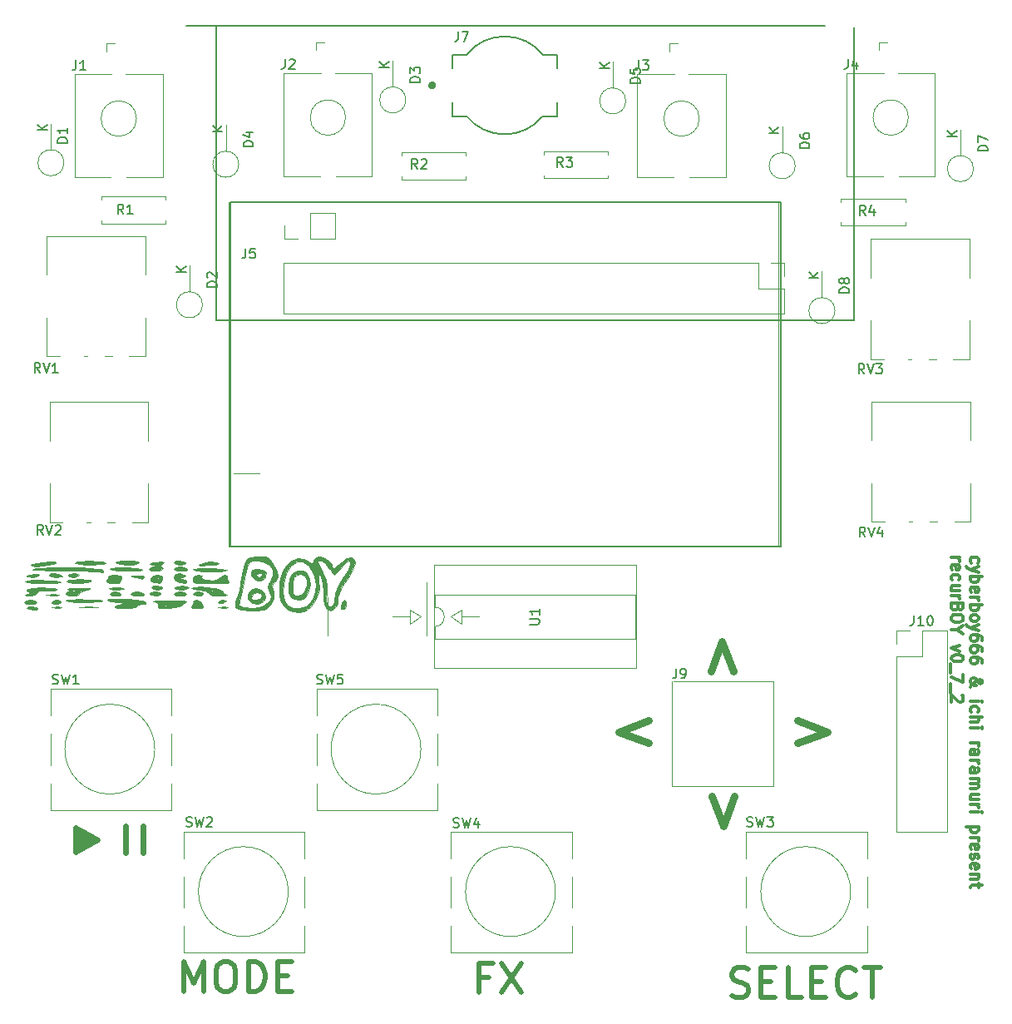
<source format=gto>
G04 #@! TF.GenerationSoftware,KiCad,Pcbnew,6.0.7*
G04 #@! TF.CreationDate,2023-08-31T11:58:30+12:00*
G04 #@! TF.ProjectId,recurBOY,72656375-7242-44f5-992e-6b696361645f,v0_7_2*
G04 #@! TF.SameCoordinates,Original*
G04 #@! TF.FileFunction,Legend,Top*
G04 #@! TF.FilePolarity,Positive*
%FSLAX46Y46*%
G04 Gerber Fmt 4.6, Leading zero omitted, Abs format (unit mm)*
G04 Created by KiCad (PCBNEW 6.0.7) date 2023-08-31 11:58:30*
%MOMM*%
%LPD*%
G01*
G04 APERTURE LIST*
%ADD10C,0.600000*%
%ADD11C,0.200000*%
%ADD12C,0.800000*%
%ADD13C,0.500000*%
%ADD14C,0.300000*%
%ADD15C,0.150000*%
%ADD16C,0.010000*%
%ADD17C,0.120000*%
%ADD18C,0.127000*%
%ADD19C,0.400000*%
G04 APERTURE END LIST*
D10*
X116300000Y-116500000D02*
X116300000Y-119200000D01*
D11*
X183000000Y-88000000D02*
X183000000Y-53000000D01*
X127000000Y-53000000D02*
X127000000Y-88000000D01*
X158000000Y-65000000D02*
X190500000Y-65000000D01*
X127000000Y-88000000D02*
X183000000Y-88000000D01*
X125500000Y-65000000D02*
X158000000Y-65000000D01*
X155000000Y-53000000D02*
X127000000Y-53000000D01*
X190500000Y-65000000D02*
X190500000Y-35200000D01*
X183000000Y-53000000D02*
X155000000Y-53000000D01*
D10*
X118100000Y-116500000D02*
X118100000Y-119200000D01*
D11*
X187500000Y-35000000D02*
X122500000Y-35000000D01*
X125500000Y-35000000D02*
X125500000Y-65000000D01*
D12*
X184726190Y-105742857D02*
X187773809Y-106885714D01*
X184726190Y-108028571D01*
X169573809Y-108057142D02*
X166526190Y-106914285D01*
X169573809Y-105771428D01*
D13*
X153300000Y-131885714D02*
X152300000Y-131885714D01*
X152300000Y-133457142D02*
X152300000Y-130457142D01*
X153728571Y-130457142D01*
X154585714Y-130457142D02*
X156585714Y-133457142D01*
X156585714Y-130457142D02*
X154585714Y-133457142D01*
D12*
X175892857Y-100723809D02*
X177035714Y-97676190D01*
X178178571Y-100723809D01*
D13*
X111400000Y-116771428D02*
X111400000Y-119057142D01*
X111542857Y-116914285D02*
X111542857Y-118914285D01*
X111685714Y-116914285D02*
X111685714Y-118914285D01*
X111828571Y-117057142D02*
X111828571Y-118771428D01*
X111971428Y-117057142D02*
X111971428Y-118771428D01*
X112114285Y-117200000D02*
X112114285Y-118628571D01*
X112257142Y-117200000D02*
X112257142Y-118628571D01*
X112400000Y-117342857D02*
X112400000Y-118485714D01*
X112542857Y-117485714D02*
X112542857Y-118342857D01*
X112685714Y-117485714D02*
X112685714Y-118342857D01*
X112828571Y-117628571D02*
X112828571Y-118200000D01*
X112971428Y-117628571D02*
X112971428Y-118200000D01*
X113114285Y-117914285D02*
X113257142Y-117914285D01*
X113114285Y-117771428D02*
X113114285Y-118057142D01*
X111257142Y-116771428D02*
X113400000Y-117914285D01*
X111257142Y-119057142D01*
X113542857Y-117914285D02*
X111257142Y-119200000D01*
X111257142Y-116628571D01*
X113542857Y-117914285D01*
D12*
X178307142Y-113476190D02*
X177164285Y-116523809D01*
X176021428Y-113476190D01*
D13*
X178021428Y-133764285D02*
X178450000Y-133907142D01*
X179164285Y-133907142D01*
X179450000Y-133764285D01*
X179592857Y-133621428D01*
X179735714Y-133335714D01*
X179735714Y-133050000D01*
X179592857Y-132764285D01*
X179450000Y-132621428D01*
X179164285Y-132478571D01*
X178592857Y-132335714D01*
X178307142Y-132192857D01*
X178164285Y-132050000D01*
X178021428Y-131764285D01*
X178021428Y-131478571D01*
X178164285Y-131192857D01*
X178307142Y-131050000D01*
X178592857Y-130907142D01*
X179307142Y-130907142D01*
X179735714Y-131050000D01*
X181021428Y-132335714D02*
X182021428Y-132335714D01*
X182450000Y-133907142D02*
X181021428Y-133907142D01*
X181021428Y-130907142D01*
X182450000Y-130907142D01*
X185164285Y-133907142D02*
X183735714Y-133907142D01*
X183735714Y-130907142D01*
X186164285Y-132335714D02*
X187164285Y-132335714D01*
X187592857Y-133907142D02*
X186164285Y-133907142D01*
X186164285Y-130907142D01*
X187592857Y-130907142D01*
X190592857Y-133621428D02*
X190450000Y-133764285D01*
X190021428Y-133907142D01*
X189735714Y-133907142D01*
X189307142Y-133764285D01*
X189021428Y-133478571D01*
X188878571Y-133192857D01*
X188735714Y-132621428D01*
X188735714Y-132192857D01*
X188878571Y-131621428D01*
X189021428Y-131335714D01*
X189307142Y-131050000D01*
X189735714Y-130907142D01*
X190021428Y-130907142D01*
X190450000Y-131050000D01*
X190592857Y-131192857D01*
X191450000Y-130907142D02*
X193164285Y-130907142D01*
X192307142Y-133907142D02*
X192307142Y-130907142D01*
D14*
X202380285Y-89695000D02*
X202323142Y-89580714D01*
X202323142Y-89352142D01*
X202380285Y-89237857D01*
X202437428Y-89180714D01*
X202551714Y-89123571D01*
X202894571Y-89123571D01*
X203008857Y-89180714D01*
X203066000Y-89237857D01*
X203123142Y-89352142D01*
X203123142Y-89580714D01*
X203066000Y-89695000D01*
X203123142Y-90095000D02*
X202323142Y-90380714D01*
X203123142Y-90666428D02*
X202323142Y-90380714D01*
X202037428Y-90266428D01*
X201980285Y-90209285D01*
X201923142Y-90095000D01*
X202323142Y-91123571D02*
X203523142Y-91123571D01*
X203066000Y-91123571D02*
X203123142Y-91237857D01*
X203123142Y-91466428D01*
X203066000Y-91580714D01*
X203008857Y-91637857D01*
X202894571Y-91695000D01*
X202551714Y-91695000D01*
X202437428Y-91637857D01*
X202380285Y-91580714D01*
X202323142Y-91466428D01*
X202323142Y-91237857D01*
X202380285Y-91123571D01*
X202380285Y-92666428D02*
X202323142Y-92552142D01*
X202323142Y-92323571D01*
X202380285Y-92209285D01*
X202494571Y-92152142D01*
X202951714Y-92152142D01*
X203066000Y-92209285D01*
X203123142Y-92323571D01*
X203123142Y-92552142D01*
X203066000Y-92666428D01*
X202951714Y-92723571D01*
X202837428Y-92723571D01*
X202723142Y-92152142D01*
X202323142Y-93237857D02*
X203123142Y-93237857D01*
X202894571Y-93237857D02*
X203008857Y-93295000D01*
X203066000Y-93352142D01*
X203123142Y-93466428D01*
X203123142Y-93580714D01*
X202323142Y-93980714D02*
X203523142Y-93980714D01*
X203066000Y-93980714D02*
X203123142Y-94095000D01*
X203123142Y-94323571D01*
X203066000Y-94437857D01*
X203008857Y-94495000D01*
X202894571Y-94552142D01*
X202551714Y-94552142D01*
X202437428Y-94495000D01*
X202380285Y-94437857D01*
X202323142Y-94323571D01*
X202323142Y-94095000D01*
X202380285Y-93980714D01*
X202323142Y-95237857D02*
X202380285Y-95123571D01*
X202437428Y-95066428D01*
X202551714Y-95009285D01*
X202894571Y-95009285D01*
X203008857Y-95066428D01*
X203066000Y-95123571D01*
X203123142Y-95237857D01*
X203123142Y-95409285D01*
X203066000Y-95523571D01*
X203008857Y-95580714D01*
X202894571Y-95637857D01*
X202551714Y-95637857D01*
X202437428Y-95580714D01*
X202380285Y-95523571D01*
X202323142Y-95409285D01*
X202323142Y-95237857D01*
X203123142Y-96037857D02*
X202323142Y-96323571D01*
X203123142Y-96609285D02*
X202323142Y-96323571D01*
X202037428Y-96209285D01*
X201980285Y-96152142D01*
X201923142Y-96037857D01*
X203523142Y-97580714D02*
X203523142Y-97352142D01*
X203466000Y-97237857D01*
X203408857Y-97180714D01*
X203237428Y-97066428D01*
X203008857Y-97009285D01*
X202551714Y-97009285D01*
X202437428Y-97066428D01*
X202380285Y-97123571D01*
X202323142Y-97237857D01*
X202323142Y-97466428D01*
X202380285Y-97580714D01*
X202437428Y-97637857D01*
X202551714Y-97695000D01*
X202837428Y-97695000D01*
X202951714Y-97637857D01*
X203008857Y-97580714D01*
X203066000Y-97466428D01*
X203066000Y-97237857D01*
X203008857Y-97123571D01*
X202951714Y-97066428D01*
X202837428Y-97009285D01*
X203523142Y-98723571D02*
X203523142Y-98495000D01*
X203466000Y-98380714D01*
X203408857Y-98323571D01*
X203237428Y-98209285D01*
X203008857Y-98152142D01*
X202551714Y-98152142D01*
X202437428Y-98209285D01*
X202380285Y-98266428D01*
X202323142Y-98380714D01*
X202323142Y-98609285D01*
X202380285Y-98723571D01*
X202437428Y-98780714D01*
X202551714Y-98837857D01*
X202837428Y-98837857D01*
X202951714Y-98780714D01*
X203008857Y-98723571D01*
X203066000Y-98609285D01*
X203066000Y-98380714D01*
X203008857Y-98266428D01*
X202951714Y-98209285D01*
X202837428Y-98152142D01*
X203523142Y-99866428D02*
X203523142Y-99637857D01*
X203466000Y-99523571D01*
X203408857Y-99466428D01*
X203237428Y-99352142D01*
X203008857Y-99295000D01*
X202551714Y-99295000D01*
X202437428Y-99352142D01*
X202380285Y-99409285D01*
X202323142Y-99523571D01*
X202323142Y-99752142D01*
X202380285Y-99866428D01*
X202437428Y-99923571D01*
X202551714Y-99980714D01*
X202837428Y-99980714D01*
X202951714Y-99923571D01*
X203008857Y-99866428D01*
X203066000Y-99752142D01*
X203066000Y-99523571D01*
X203008857Y-99409285D01*
X202951714Y-99352142D01*
X202837428Y-99295000D01*
X202323142Y-102380714D02*
X202323142Y-102323571D01*
X202380285Y-102209285D01*
X202551714Y-102037857D01*
X202894571Y-101752142D01*
X203066000Y-101637857D01*
X203237428Y-101580714D01*
X203351714Y-101580714D01*
X203466000Y-101637857D01*
X203523142Y-101752142D01*
X203523142Y-101809285D01*
X203466000Y-101923571D01*
X203351714Y-101980714D01*
X203294571Y-101980714D01*
X203180285Y-101923571D01*
X203123142Y-101866428D01*
X202894571Y-101523571D01*
X202837428Y-101466428D01*
X202723142Y-101409285D01*
X202551714Y-101409285D01*
X202437428Y-101466428D01*
X202380285Y-101523571D01*
X202323142Y-101637857D01*
X202323142Y-101809285D01*
X202380285Y-101923571D01*
X202437428Y-101980714D01*
X202666000Y-102152142D01*
X202837428Y-102209285D01*
X202951714Y-102209285D01*
X202323142Y-103809285D02*
X203123142Y-103809285D01*
X203523142Y-103809285D02*
X203466000Y-103752142D01*
X203408857Y-103809285D01*
X203466000Y-103866428D01*
X203523142Y-103809285D01*
X203408857Y-103809285D01*
X202380285Y-104895000D02*
X202323142Y-104780714D01*
X202323142Y-104552142D01*
X202380285Y-104437857D01*
X202437428Y-104380714D01*
X202551714Y-104323571D01*
X202894571Y-104323571D01*
X203008857Y-104380714D01*
X203066000Y-104437857D01*
X203123142Y-104552142D01*
X203123142Y-104780714D01*
X203066000Y-104895000D01*
X202323142Y-105409285D02*
X203523142Y-105409285D01*
X202323142Y-105923571D02*
X202951714Y-105923571D01*
X203066000Y-105866428D01*
X203123142Y-105752142D01*
X203123142Y-105580714D01*
X203066000Y-105466428D01*
X203008857Y-105409285D01*
X202323142Y-106495000D02*
X203123142Y-106495000D01*
X203523142Y-106495000D02*
X203466000Y-106437857D01*
X203408857Y-106495000D01*
X203466000Y-106552142D01*
X203523142Y-106495000D01*
X203408857Y-106495000D01*
X202323142Y-107980714D02*
X203123142Y-107980714D01*
X202894571Y-107980714D02*
X203008857Y-108037857D01*
X203066000Y-108095000D01*
X203123142Y-108209285D01*
X203123142Y-108323571D01*
X202323142Y-109237857D02*
X202951714Y-109237857D01*
X203066000Y-109180714D01*
X203123142Y-109066428D01*
X203123142Y-108837857D01*
X203066000Y-108723571D01*
X202380285Y-109237857D02*
X202323142Y-109123571D01*
X202323142Y-108837857D01*
X202380285Y-108723571D01*
X202494571Y-108666428D01*
X202608857Y-108666428D01*
X202723142Y-108723571D01*
X202780285Y-108837857D01*
X202780285Y-109123571D01*
X202837428Y-109237857D01*
X202323142Y-109809285D02*
X203123142Y-109809285D01*
X202894571Y-109809285D02*
X203008857Y-109866428D01*
X203066000Y-109923571D01*
X203123142Y-110037857D01*
X203123142Y-110152142D01*
X202323142Y-111066428D02*
X202951714Y-111066428D01*
X203066000Y-111009285D01*
X203123142Y-110895000D01*
X203123142Y-110666428D01*
X203066000Y-110552142D01*
X202380285Y-111066428D02*
X202323142Y-110952142D01*
X202323142Y-110666428D01*
X202380285Y-110552142D01*
X202494571Y-110495000D01*
X202608857Y-110495000D01*
X202723142Y-110552142D01*
X202780285Y-110666428D01*
X202780285Y-110952142D01*
X202837428Y-111066428D01*
X202323142Y-111637857D02*
X203123142Y-111637857D01*
X203008857Y-111637857D02*
X203066000Y-111695000D01*
X203123142Y-111809285D01*
X203123142Y-111980714D01*
X203066000Y-112095000D01*
X202951714Y-112152142D01*
X202323142Y-112152142D01*
X202951714Y-112152142D02*
X203066000Y-112209285D01*
X203123142Y-112323571D01*
X203123142Y-112495000D01*
X203066000Y-112609285D01*
X202951714Y-112666428D01*
X202323142Y-112666428D01*
X203123142Y-113752142D02*
X202323142Y-113752142D01*
X203123142Y-113237857D02*
X202494571Y-113237857D01*
X202380285Y-113295000D01*
X202323142Y-113409285D01*
X202323142Y-113580714D01*
X202380285Y-113695000D01*
X202437428Y-113752142D01*
X202323142Y-114323571D02*
X203123142Y-114323571D01*
X202894571Y-114323571D02*
X203008857Y-114380714D01*
X203066000Y-114437857D01*
X203123142Y-114552142D01*
X203123142Y-114666428D01*
X202323142Y-115066428D02*
X203123142Y-115066428D01*
X203523142Y-115066428D02*
X203466000Y-115009285D01*
X203408857Y-115066428D01*
X203466000Y-115123571D01*
X203523142Y-115066428D01*
X203408857Y-115066428D01*
X203123142Y-116552142D02*
X201923142Y-116552142D01*
X203066000Y-116552142D02*
X203123142Y-116666428D01*
X203123142Y-116895000D01*
X203066000Y-117009285D01*
X203008857Y-117066428D01*
X202894571Y-117123571D01*
X202551714Y-117123571D01*
X202437428Y-117066428D01*
X202380285Y-117009285D01*
X202323142Y-116895000D01*
X202323142Y-116666428D01*
X202380285Y-116552142D01*
X202323142Y-117637857D02*
X203123142Y-117637857D01*
X202894571Y-117637857D02*
X203008857Y-117695000D01*
X203066000Y-117752142D01*
X203123142Y-117866428D01*
X203123142Y-117980714D01*
X202380285Y-118837857D02*
X202323142Y-118723571D01*
X202323142Y-118495000D01*
X202380285Y-118380714D01*
X202494571Y-118323571D01*
X202951714Y-118323571D01*
X203066000Y-118380714D01*
X203123142Y-118495000D01*
X203123142Y-118723571D01*
X203066000Y-118837857D01*
X202951714Y-118895000D01*
X202837428Y-118895000D01*
X202723142Y-118323571D01*
X202380285Y-119352142D02*
X202323142Y-119466428D01*
X202323142Y-119695000D01*
X202380285Y-119809285D01*
X202494571Y-119866428D01*
X202551714Y-119866428D01*
X202666000Y-119809285D01*
X202723142Y-119695000D01*
X202723142Y-119523571D01*
X202780285Y-119409285D01*
X202894571Y-119352142D01*
X202951714Y-119352142D01*
X203066000Y-119409285D01*
X203123142Y-119523571D01*
X203123142Y-119695000D01*
X203066000Y-119809285D01*
X202380285Y-120837857D02*
X202323142Y-120723571D01*
X202323142Y-120495000D01*
X202380285Y-120380714D01*
X202494571Y-120323571D01*
X202951714Y-120323571D01*
X203066000Y-120380714D01*
X203123142Y-120495000D01*
X203123142Y-120723571D01*
X203066000Y-120837857D01*
X202951714Y-120895000D01*
X202837428Y-120895000D01*
X202723142Y-120323571D01*
X203123142Y-121409285D02*
X202323142Y-121409285D01*
X203008857Y-121409285D02*
X203066000Y-121466428D01*
X203123142Y-121580714D01*
X203123142Y-121752142D01*
X203066000Y-121866428D01*
X202951714Y-121923571D01*
X202323142Y-121923571D01*
X203123142Y-122323571D02*
X203123142Y-122780714D01*
X203523142Y-122495000D02*
X202494571Y-122495000D01*
X202380285Y-122552142D01*
X202323142Y-122666428D01*
X202323142Y-122780714D01*
X200391142Y-89180714D02*
X201191142Y-89180714D01*
X200962571Y-89180714D02*
X201076857Y-89237857D01*
X201134000Y-89295000D01*
X201191142Y-89409285D01*
X201191142Y-89523571D01*
X200448285Y-90380714D02*
X200391142Y-90266428D01*
X200391142Y-90037857D01*
X200448285Y-89923571D01*
X200562571Y-89866428D01*
X201019714Y-89866428D01*
X201134000Y-89923571D01*
X201191142Y-90037857D01*
X201191142Y-90266428D01*
X201134000Y-90380714D01*
X201019714Y-90437857D01*
X200905428Y-90437857D01*
X200791142Y-89866428D01*
X200448285Y-91466428D02*
X200391142Y-91352142D01*
X200391142Y-91123571D01*
X200448285Y-91009285D01*
X200505428Y-90952142D01*
X200619714Y-90895000D01*
X200962571Y-90895000D01*
X201076857Y-90952142D01*
X201134000Y-91009285D01*
X201191142Y-91123571D01*
X201191142Y-91352142D01*
X201134000Y-91466428D01*
X201191142Y-92495000D02*
X200391142Y-92495000D01*
X201191142Y-91980714D02*
X200562571Y-91980714D01*
X200448285Y-92037857D01*
X200391142Y-92152142D01*
X200391142Y-92323571D01*
X200448285Y-92437857D01*
X200505428Y-92495000D01*
X200391142Y-93066428D02*
X201191142Y-93066428D01*
X200962571Y-93066428D02*
X201076857Y-93123571D01*
X201134000Y-93180714D01*
X201191142Y-93295000D01*
X201191142Y-93409285D01*
X201019714Y-94209285D02*
X200962571Y-94380714D01*
X200905428Y-94437857D01*
X200791142Y-94495000D01*
X200619714Y-94495000D01*
X200505428Y-94437857D01*
X200448285Y-94380714D01*
X200391142Y-94266428D01*
X200391142Y-93809285D01*
X201591142Y-93809285D01*
X201591142Y-94209285D01*
X201534000Y-94323571D01*
X201476857Y-94380714D01*
X201362571Y-94437857D01*
X201248285Y-94437857D01*
X201134000Y-94380714D01*
X201076857Y-94323571D01*
X201019714Y-94209285D01*
X201019714Y-93809285D01*
X201591142Y-95237857D02*
X201591142Y-95466428D01*
X201534000Y-95580714D01*
X201419714Y-95695000D01*
X201191142Y-95752142D01*
X200791142Y-95752142D01*
X200562571Y-95695000D01*
X200448285Y-95580714D01*
X200391142Y-95466428D01*
X200391142Y-95237857D01*
X200448285Y-95123571D01*
X200562571Y-95009285D01*
X200791142Y-94952142D01*
X201191142Y-94952142D01*
X201419714Y-95009285D01*
X201534000Y-95123571D01*
X201591142Y-95237857D01*
X200962571Y-96495000D02*
X200391142Y-96495000D01*
X201591142Y-96095000D02*
X200962571Y-96495000D01*
X201591142Y-96895000D01*
X201191142Y-98095000D02*
X200391142Y-98380714D01*
X201191142Y-98666428D01*
X201591142Y-99352142D02*
X201591142Y-99466428D01*
X201534000Y-99580714D01*
X201476857Y-99637857D01*
X201362571Y-99695000D01*
X201134000Y-99752142D01*
X200848285Y-99752142D01*
X200619714Y-99695000D01*
X200505428Y-99637857D01*
X200448285Y-99580714D01*
X200391142Y-99466428D01*
X200391142Y-99352142D01*
X200448285Y-99237857D01*
X200505428Y-99180714D01*
X200619714Y-99123571D01*
X200848285Y-99066428D01*
X201134000Y-99066428D01*
X201362571Y-99123571D01*
X201476857Y-99180714D01*
X201534000Y-99237857D01*
X201591142Y-99352142D01*
X200276857Y-99980714D02*
X200276857Y-100895000D01*
X201591142Y-101066428D02*
X201591142Y-101866428D01*
X200391142Y-101352142D01*
X200276857Y-102037857D02*
X200276857Y-102952142D01*
X201476857Y-103180714D02*
X201534000Y-103237857D01*
X201591142Y-103352142D01*
X201591142Y-103637857D01*
X201534000Y-103752142D01*
X201476857Y-103809285D01*
X201362571Y-103866428D01*
X201248285Y-103866428D01*
X201076857Y-103809285D01*
X200391142Y-103123571D01*
X200391142Y-103866428D01*
D13*
X122221428Y-133307142D02*
X122221428Y-130307142D01*
X123221428Y-132450000D01*
X124221428Y-130307142D01*
X124221428Y-133307142D01*
X126221428Y-130307142D02*
X126792857Y-130307142D01*
X127078571Y-130450000D01*
X127364285Y-130735714D01*
X127507142Y-131307142D01*
X127507142Y-132307142D01*
X127364285Y-132878571D01*
X127078571Y-133164285D01*
X126792857Y-133307142D01*
X126221428Y-133307142D01*
X125935714Y-133164285D01*
X125650000Y-132878571D01*
X125507142Y-132307142D01*
X125507142Y-131307142D01*
X125650000Y-130735714D01*
X125935714Y-130450000D01*
X126221428Y-130307142D01*
X128792857Y-133307142D02*
X128792857Y-130307142D01*
X129507142Y-130307142D01*
X129935714Y-130450000D01*
X130221428Y-130735714D01*
X130364285Y-131021428D01*
X130507142Y-131592857D01*
X130507142Y-132021428D01*
X130364285Y-132592857D01*
X130221428Y-132878571D01*
X129935714Y-133164285D01*
X129507142Y-133307142D01*
X128792857Y-133307142D01*
X131792857Y-131735714D02*
X132792857Y-131735714D01*
X133221428Y-133307142D02*
X131792857Y-133307142D01*
X131792857Y-130307142D01*
X133221428Y-130307142D01*
D15*
X110352380Y-46938095D02*
X109352380Y-46938095D01*
X109352380Y-46700000D01*
X109400000Y-46557142D01*
X109495238Y-46461904D01*
X109590476Y-46414285D01*
X109780952Y-46366666D01*
X109923809Y-46366666D01*
X110114285Y-46414285D01*
X110209523Y-46461904D01*
X110304761Y-46557142D01*
X110352380Y-46700000D01*
X110352380Y-46938095D01*
X110352380Y-45414285D02*
X110352380Y-45985714D01*
X110352380Y-45700000D02*
X109352380Y-45700000D01*
X109495238Y-45795238D01*
X109590476Y-45890476D01*
X109638095Y-45985714D01*
X108352380Y-45661904D02*
X107352380Y-45661904D01*
X108352380Y-45090476D02*
X107780952Y-45519047D01*
X107352380Y-45090476D02*
X107923809Y-45661904D01*
X125578751Y-61628095D02*
X124578751Y-61628095D01*
X124578751Y-61390000D01*
X124626371Y-61247142D01*
X124721609Y-61151904D01*
X124816847Y-61104285D01*
X125007323Y-61056666D01*
X125150180Y-61056666D01*
X125340656Y-61104285D01*
X125435894Y-61151904D01*
X125531132Y-61247142D01*
X125578751Y-61390000D01*
X125578751Y-61628095D01*
X124673990Y-60675714D02*
X124626371Y-60628095D01*
X124578751Y-60532857D01*
X124578751Y-60294761D01*
X124626371Y-60199523D01*
X124673990Y-60151904D01*
X124769228Y-60104285D01*
X124864466Y-60104285D01*
X125007323Y-60151904D01*
X125578751Y-60723333D01*
X125578751Y-60104285D01*
X122452380Y-60111904D02*
X121452380Y-60111904D01*
X122452380Y-59540476D02*
X121880952Y-59969047D01*
X121452380Y-59540476D02*
X122023809Y-60111904D01*
X146278751Y-40778095D02*
X145278751Y-40778095D01*
X145278751Y-40540000D01*
X145326371Y-40397142D01*
X145421609Y-40301904D01*
X145516847Y-40254285D01*
X145707323Y-40206666D01*
X145850180Y-40206666D01*
X146040656Y-40254285D01*
X146135894Y-40301904D01*
X146231132Y-40397142D01*
X146278751Y-40540000D01*
X146278751Y-40778095D01*
X145278751Y-39873333D02*
X145278751Y-39254285D01*
X145659704Y-39587619D01*
X145659704Y-39444761D01*
X145707323Y-39349523D01*
X145754942Y-39301904D01*
X145850180Y-39254285D01*
X146088275Y-39254285D01*
X146183513Y-39301904D01*
X146231132Y-39349523D01*
X146278751Y-39444761D01*
X146278751Y-39730476D01*
X146231132Y-39825714D01*
X146183513Y-39873333D01*
X143152380Y-39261904D02*
X142152380Y-39261904D01*
X143152380Y-38690476D02*
X142580952Y-39119047D01*
X142152380Y-38690476D02*
X142723809Y-39261904D01*
X129278751Y-47328095D02*
X128278751Y-47328095D01*
X128278751Y-47090000D01*
X128326371Y-46947142D01*
X128421609Y-46851904D01*
X128516847Y-46804285D01*
X128707323Y-46756666D01*
X128850180Y-46756666D01*
X129040656Y-46804285D01*
X129135894Y-46851904D01*
X129231132Y-46947142D01*
X129278751Y-47090000D01*
X129278751Y-47328095D01*
X128612085Y-45899523D02*
X129278751Y-45899523D01*
X128231132Y-46137619D02*
X128945418Y-46375714D01*
X128945418Y-45756666D01*
X126152380Y-45811904D02*
X125152380Y-45811904D01*
X126152380Y-45240476D02*
X125580952Y-45669047D01*
X125152380Y-45240476D02*
X125723809Y-45811904D01*
X168678751Y-40878095D02*
X167678751Y-40878095D01*
X167678751Y-40640000D01*
X167726371Y-40497142D01*
X167821609Y-40401904D01*
X167916847Y-40354285D01*
X168107323Y-40306666D01*
X168250180Y-40306666D01*
X168440656Y-40354285D01*
X168535894Y-40401904D01*
X168631132Y-40497142D01*
X168678751Y-40640000D01*
X168678751Y-40878095D01*
X167678751Y-39401904D02*
X167678751Y-39878095D01*
X168154942Y-39925714D01*
X168107323Y-39878095D01*
X168059704Y-39782857D01*
X168059704Y-39544761D01*
X168107323Y-39449523D01*
X168154942Y-39401904D01*
X168250180Y-39354285D01*
X168488275Y-39354285D01*
X168583513Y-39401904D01*
X168631132Y-39449523D01*
X168678751Y-39544761D01*
X168678751Y-39782857D01*
X168631132Y-39878095D01*
X168583513Y-39925714D01*
X165552380Y-39361904D02*
X164552380Y-39361904D01*
X165552380Y-38790476D02*
X164980952Y-39219047D01*
X164552380Y-38790476D02*
X165123809Y-39361904D01*
X185928751Y-47478095D02*
X184928751Y-47478095D01*
X184928751Y-47240000D01*
X184976371Y-47097142D01*
X185071609Y-47001904D01*
X185166847Y-46954285D01*
X185357323Y-46906666D01*
X185500180Y-46906666D01*
X185690656Y-46954285D01*
X185785894Y-47001904D01*
X185881132Y-47097142D01*
X185928751Y-47240000D01*
X185928751Y-47478095D01*
X184928751Y-46049523D02*
X184928751Y-46240000D01*
X184976371Y-46335238D01*
X185023990Y-46382857D01*
X185166847Y-46478095D01*
X185357323Y-46525714D01*
X185738275Y-46525714D01*
X185833513Y-46478095D01*
X185881132Y-46430476D01*
X185928751Y-46335238D01*
X185928751Y-46144761D01*
X185881132Y-46049523D01*
X185833513Y-46001904D01*
X185738275Y-45954285D01*
X185500180Y-45954285D01*
X185404942Y-46001904D01*
X185357323Y-46049523D01*
X185309704Y-46144761D01*
X185309704Y-46335238D01*
X185357323Y-46430476D01*
X185404942Y-46478095D01*
X185500180Y-46525714D01*
X182802380Y-45961904D02*
X181802380Y-45961904D01*
X182802380Y-45390476D02*
X182230952Y-45819047D01*
X181802380Y-45390476D02*
X182373809Y-45961904D01*
X204078751Y-47778095D02*
X203078751Y-47778095D01*
X203078751Y-47540000D01*
X203126371Y-47397142D01*
X203221609Y-47301904D01*
X203316847Y-47254285D01*
X203507323Y-47206666D01*
X203650180Y-47206666D01*
X203840656Y-47254285D01*
X203935894Y-47301904D01*
X204031132Y-47397142D01*
X204078751Y-47540000D01*
X204078751Y-47778095D01*
X203078751Y-46873333D02*
X203078751Y-46206666D01*
X204078751Y-46635238D01*
X200952380Y-46261904D02*
X199952380Y-46261904D01*
X200952380Y-45690476D02*
X200380952Y-46119047D01*
X199952380Y-45690476D02*
X200523809Y-46261904D01*
X189978751Y-62228095D02*
X188978751Y-62228095D01*
X188978751Y-61990000D01*
X189026371Y-61847142D01*
X189121609Y-61751904D01*
X189216847Y-61704285D01*
X189407323Y-61656666D01*
X189550180Y-61656666D01*
X189740656Y-61704285D01*
X189835894Y-61751904D01*
X189931132Y-61847142D01*
X189978751Y-61990000D01*
X189978751Y-62228095D01*
X189407323Y-61085238D02*
X189359704Y-61180476D01*
X189312085Y-61228095D01*
X189216847Y-61275714D01*
X189169228Y-61275714D01*
X189073990Y-61228095D01*
X189026371Y-61180476D01*
X188978751Y-61085238D01*
X188978751Y-60894761D01*
X189026371Y-60799523D01*
X189073990Y-60751904D01*
X189169228Y-60704285D01*
X189216847Y-60704285D01*
X189312085Y-60751904D01*
X189359704Y-60799523D01*
X189407323Y-60894761D01*
X189407323Y-61085238D01*
X189454942Y-61180476D01*
X189502561Y-61228095D01*
X189597799Y-61275714D01*
X189788275Y-61275714D01*
X189883513Y-61228095D01*
X189931132Y-61180476D01*
X189978751Y-61085238D01*
X189978751Y-60894761D01*
X189931132Y-60799523D01*
X189883513Y-60751904D01*
X189788275Y-60704285D01*
X189597799Y-60704285D01*
X189502561Y-60751904D01*
X189454942Y-60799523D01*
X189407323Y-60894761D01*
X186852380Y-60711904D02*
X185852380Y-60711904D01*
X186852380Y-60140476D02*
X186280952Y-60569047D01*
X185852380Y-60140476D02*
X186423809Y-60711904D01*
X111236666Y-38532380D02*
X111236666Y-39246666D01*
X111189047Y-39389523D01*
X111093809Y-39484761D01*
X110950952Y-39532380D01*
X110855714Y-39532380D01*
X112236666Y-39532380D02*
X111665238Y-39532380D01*
X111950952Y-39532380D02*
X111950952Y-38532380D01*
X111855714Y-38675238D01*
X111760476Y-38770476D01*
X111665238Y-38818095D01*
X132536666Y-38432380D02*
X132536666Y-39146666D01*
X132489047Y-39289523D01*
X132393809Y-39384761D01*
X132250952Y-39432380D01*
X132155714Y-39432380D01*
X132965238Y-38527619D02*
X133012857Y-38480000D01*
X133108095Y-38432380D01*
X133346190Y-38432380D01*
X133441428Y-38480000D01*
X133489047Y-38527619D01*
X133536666Y-38622857D01*
X133536666Y-38718095D01*
X133489047Y-38860952D01*
X132917619Y-39432380D01*
X133536666Y-39432380D01*
X168536666Y-38532380D02*
X168536666Y-39246666D01*
X168489047Y-39389523D01*
X168393809Y-39484761D01*
X168250952Y-39532380D01*
X168155714Y-39532380D01*
X168917619Y-38532380D02*
X169536666Y-38532380D01*
X169203333Y-38913333D01*
X169346190Y-38913333D01*
X169441428Y-38960952D01*
X169489047Y-39008571D01*
X169536666Y-39103809D01*
X169536666Y-39341904D01*
X169489047Y-39437142D01*
X169441428Y-39484761D01*
X169346190Y-39532380D01*
X169060476Y-39532380D01*
X168965238Y-39484761D01*
X168917619Y-39437142D01*
X189836666Y-38432380D02*
X189836666Y-39146666D01*
X189789047Y-39289523D01*
X189693809Y-39384761D01*
X189550952Y-39432380D01*
X189455714Y-39432380D01*
X190741428Y-38765714D02*
X190741428Y-39432380D01*
X190503333Y-38384761D02*
X190265238Y-39099047D01*
X190884285Y-39099047D01*
X128516666Y-57702380D02*
X128516666Y-58416666D01*
X128469047Y-58559523D01*
X128373809Y-58654761D01*
X128230952Y-58702380D01*
X128135714Y-58702380D01*
X129469047Y-57702380D02*
X128992857Y-57702380D01*
X128945238Y-58178571D01*
X128992857Y-58130952D01*
X129088095Y-58083333D01*
X129326190Y-58083333D01*
X129421428Y-58130952D01*
X129469047Y-58178571D01*
X129516666Y-58273809D01*
X129516666Y-58511904D01*
X129469047Y-58607142D01*
X129421428Y-58654761D01*
X129326190Y-58702380D01*
X129088095Y-58702380D01*
X128992857Y-58654761D01*
X128945238Y-58607142D01*
X172366666Y-100452380D02*
X172366666Y-101166666D01*
X172319047Y-101309523D01*
X172223809Y-101404761D01*
X172080952Y-101452380D01*
X171985714Y-101452380D01*
X172890476Y-101452380D02*
X173080952Y-101452380D01*
X173176190Y-101404761D01*
X173223809Y-101357142D01*
X173319047Y-101214285D01*
X173366666Y-101023809D01*
X173366666Y-100642857D01*
X173319047Y-100547619D01*
X173271428Y-100500000D01*
X173176190Y-100452380D01*
X172985714Y-100452380D01*
X172890476Y-100500000D01*
X172842857Y-100547619D01*
X172795238Y-100642857D01*
X172795238Y-100880952D01*
X172842857Y-100976190D01*
X172890476Y-101023809D01*
X172985714Y-101071428D01*
X173176190Y-101071428D01*
X173271428Y-101023809D01*
X173319047Y-100976190D01*
X173366666Y-100880952D01*
X196560476Y-95072380D02*
X196560476Y-95786666D01*
X196512857Y-95929523D01*
X196417619Y-96024761D01*
X196274761Y-96072380D01*
X196179523Y-96072380D01*
X197560476Y-96072380D02*
X196989047Y-96072380D01*
X197274761Y-96072380D02*
X197274761Y-95072380D01*
X197179523Y-95215238D01*
X197084285Y-95310476D01*
X196989047Y-95358095D01*
X198179523Y-95072380D02*
X198274761Y-95072380D01*
X198370000Y-95120000D01*
X198417619Y-95167619D01*
X198465238Y-95262857D01*
X198512857Y-95453333D01*
X198512857Y-95691428D01*
X198465238Y-95881904D01*
X198417619Y-95977142D01*
X198370000Y-96024761D01*
X198274761Y-96072380D01*
X198179523Y-96072380D01*
X198084285Y-96024761D01*
X198036666Y-95977142D01*
X197989047Y-95881904D01*
X197941428Y-95691428D01*
X197941428Y-95453333D01*
X197989047Y-95262857D01*
X198036666Y-95167619D01*
X198084285Y-95120000D01*
X198179523Y-95072380D01*
X116083333Y-54202380D02*
X115750000Y-53726190D01*
X115511904Y-54202380D02*
X115511904Y-53202380D01*
X115892857Y-53202380D01*
X115988095Y-53250000D01*
X116035714Y-53297619D01*
X116083333Y-53392857D01*
X116083333Y-53535714D01*
X116035714Y-53630952D01*
X115988095Y-53678571D01*
X115892857Y-53726190D01*
X115511904Y-53726190D01*
X117035714Y-54202380D02*
X116464285Y-54202380D01*
X116750000Y-54202380D02*
X116750000Y-53202380D01*
X116654761Y-53345238D01*
X116559523Y-53440476D01*
X116464285Y-53488095D01*
X146033333Y-49602380D02*
X145700000Y-49126190D01*
X145461904Y-49602380D02*
X145461904Y-48602380D01*
X145842857Y-48602380D01*
X145938095Y-48650000D01*
X145985714Y-48697619D01*
X146033333Y-48792857D01*
X146033333Y-48935714D01*
X145985714Y-49030952D01*
X145938095Y-49078571D01*
X145842857Y-49126190D01*
X145461904Y-49126190D01*
X146414285Y-48697619D02*
X146461904Y-48650000D01*
X146557142Y-48602380D01*
X146795238Y-48602380D01*
X146890476Y-48650000D01*
X146938095Y-48697619D01*
X146985714Y-48792857D01*
X146985714Y-48888095D01*
X146938095Y-49030952D01*
X146366666Y-49602380D01*
X146985714Y-49602380D01*
X160833333Y-49402380D02*
X160500000Y-48926190D01*
X160261904Y-49402380D02*
X160261904Y-48402380D01*
X160642857Y-48402380D01*
X160738095Y-48450000D01*
X160785714Y-48497619D01*
X160833333Y-48592857D01*
X160833333Y-48735714D01*
X160785714Y-48830952D01*
X160738095Y-48878571D01*
X160642857Y-48926190D01*
X160261904Y-48926190D01*
X161166666Y-48402380D02*
X161785714Y-48402380D01*
X161452380Y-48783333D01*
X161595238Y-48783333D01*
X161690476Y-48830952D01*
X161738095Y-48878571D01*
X161785714Y-48973809D01*
X161785714Y-49211904D01*
X161738095Y-49307142D01*
X161690476Y-49354761D01*
X161595238Y-49402380D01*
X161309523Y-49402380D01*
X161214285Y-49354761D01*
X161166666Y-49307142D01*
X191633333Y-54302380D02*
X191300000Y-53826190D01*
X191061904Y-54302380D02*
X191061904Y-53302380D01*
X191442857Y-53302380D01*
X191538095Y-53350000D01*
X191585714Y-53397619D01*
X191633333Y-53492857D01*
X191633333Y-53635714D01*
X191585714Y-53730952D01*
X191538095Y-53778571D01*
X191442857Y-53826190D01*
X191061904Y-53826190D01*
X192490476Y-53635714D02*
X192490476Y-54302380D01*
X192252380Y-53254761D02*
X192014285Y-53969047D01*
X192633333Y-53969047D01*
X107604761Y-70352380D02*
X107271428Y-69876190D01*
X107033333Y-70352380D02*
X107033333Y-69352380D01*
X107414285Y-69352380D01*
X107509523Y-69400000D01*
X107557142Y-69447619D01*
X107604761Y-69542857D01*
X107604761Y-69685714D01*
X107557142Y-69780952D01*
X107509523Y-69828571D01*
X107414285Y-69876190D01*
X107033333Y-69876190D01*
X107890476Y-69352380D02*
X108223809Y-70352380D01*
X108557142Y-69352380D01*
X109414285Y-70352380D02*
X108842857Y-70352380D01*
X109128571Y-70352380D02*
X109128571Y-69352380D01*
X109033333Y-69495238D01*
X108938095Y-69590476D01*
X108842857Y-69638095D01*
X107904761Y-86852380D02*
X107571428Y-86376190D01*
X107333333Y-86852380D02*
X107333333Y-85852380D01*
X107714285Y-85852380D01*
X107809523Y-85900000D01*
X107857142Y-85947619D01*
X107904761Y-86042857D01*
X107904761Y-86185714D01*
X107857142Y-86280952D01*
X107809523Y-86328571D01*
X107714285Y-86376190D01*
X107333333Y-86376190D01*
X108190476Y-85852380D02*
X108523809Y-86852380D01*
X108857142Y-85852380D01*
X109142857Y-85947619D02*
X109190476Y-85900000D01*
X109285714Y-85852380D01*
X109523809Y-85852380D01*
X109619047Y-85900000D01*
X109666666Y-85947619D01*
X109714285Y-86042857D01*
X109714285Y-86138095D01*
X109666666Y-86280952D01*
X109095238Y-86852380D01*
X109714285Y-86852380D01*
X191504761Y-70452380D02*
X191171428Y-69976190D01*
X190933333Y-70452380D02*
X190933333Y-69452380D01*
X191314285Y-69452380D01*
X191409523Y-69500000D01*
X191457142Y-69547619D01*
X191504761Y-69642857D01*
X191504761Y-69785714D01*
X191457142Y-69880952D01*
X191409523Y-69928571D01*
X191314285Y-69976190D01*
X190933333Y-69976190D01*
X191790476Y-69452380D02*
X192123809Y-70452380D01*
X192457142Y-69452380D01*
X192695238Y-69452380D02*
X193314285Y-69452380D01*
X192980952Y-69833333D01*
X193123809Y-69833333D01*
X193219047Y-69880952D01*
X193266666Y-69928571D01*
X193314285Y-70023809D01*
X193314285Y-70261904D01*
X193266666Y-70357142D01*
X193219047Y-70404761D01*
X193123809Y-70452380D01*
X192838095Y-70452380D01*
X192742857Y-70404761D01*
X192695238Y-70357142D01*
X191604761Y-87052380D02*
X191271428Y-86576190D01*
X191033333Y-87052380D02*
X191033333Y-86052380D01*
X191414285Y-86052380D01*
X191509523Y-86100000D01*
X191557142Y-86147619D01*
X191604761Y-86242857D01*
X191604761Y-86385714D01*
X191557142Y-86480952D01*
X191509523Y-86528571D01*
X191414285Y-86576190D01*
X191033333Y-86576190D01*
X191890476Y-86052380D02*
X192223809Y-87052380D01*
X192557142Y-86052380D01*
X193319047Y-86385714D02*
X193319047Y-87052380D01*
X193080952Y-86004761D02*
X192842857Y-86719047D01*
X193461904Y-86719047D01*
X157433630Y-95961904D02*
X158243154Y-95961904D01*
X158338392Y-95914285D01*
X158386011Y-95866666D01*
X158433630Y-95771428D01*
X158433630Y-95580952D01*
X158386011Y-95485714D01*
X158338392Y-95438095D01*
X158243154Y-95390476D01*
X157433630Y-95390476D01*
X158433630Y-94390476D02*
X158433630Y-94961904D01*
X158433630Y-94676190D02*
X157433630Y-94676190D01*
X157576488Y-94771428D01*
X157671726Y-94866666D01*
X157719345Y-94961904D01*
X150166190Y-35651597D02*
X150166190Y-36366905D01*
X150118502Y-36509966D01*
X150023128Y-36605340D01*
X149880067Y-36653027D01*
X149784692Y-36653027D01*
X150547687Y-35651597D02*
X151215307Y-35651597D01*
X150786122Y-36653027D01*
X179566666Y-116504761D02*
X179709523Y-116552380D01*
X179947619Y-116552380D01*
X180042857Y-116504761D01*
X180090476Y-116457142D01*
X180138095Y-116361904D01*
X180138095Y-116266666D01*
X180090476Y-116171428D01*
X180042857Y-116123809D01*
X179947619Y-116076190D01*
X179757142Y-116028571D01*
X179661904Y-115980952D01*
X179614285Y-115933333D01*
X179566666Y-115838095D01*
X179566666Y-115742857D01*
X179614285Y-115647619D01*
X179661904Y-115600000D01*
X179757142Y-115552380D01*
X179995238Y-115552380D01*
X180138095Y-115600000D01*
X180471428Y-115552380D02*
X180709523Y-116552380D01*
X180900000Y-115838095D01*
X181090476Y-116552380D01*
X181328571Y-115552380D01*
X181614285Y-115552380D02*
X182233333Y-115552380D01*
X181900000Y-115933333D01*
X182042857Y-115933333D01*
X182138095Y-115980952D01*
X182185714Y-116028571D01*
X182233333Y-116123809D01*
X182233333Y-116361904D01*
X182185714Y-116457142D01*
X182138095Y-116504761D01*
X182042857Y-116552380D01*
X181757142Y-116552380D01*
X181661904Y-116504761D01*
X181614285Y-116457142D01*
X108866666Y-102004761D02*
X109009523Y-102052380D01*
X109247619Y-102052380D01*
X109342857Y-102004761D01*
X109390476Y-101957142D01*
X109438095Y-101861904D01*
X109438095Y-101766666D01*
X109390476Y-101671428D01*
X109342857Y-101623809D01*
X109247619Y-101576190D01*
X109057142Y-101528571D01*
X108961904Y-101480952D01*
X108914285Y-101433333D01*
X108866666Y-101338095D01*
X108866666Y-101242857D01*
X108914285Y-101147619D01*
X108961904Y-101100000D01*
X109057142Y-101052380D01*
X109295238Y-101052380D01*
X109438095Y-101100000D01*
X109771428Y-101052380D02*
X110009523Y-102052380D01*
X110200000Y-101338095D01*
X110390476Y-102052380D01*
X110628571Y-101052380D01*
X111533333Y-102052380D02*
X110961904Y-102052380D01*
X111247619Y-102052380D02*
X111247619Y-101052380D01*
X111152380Y-101195238D01*
X111057142Y-101290476D01*
X110961904Y-101338095D01*
X122466666Y-116504761D02*
X122609523Y-116552380D01*
X122847619Y-116552380D01*
X122942857Y-116504761D01*
X122990476Y-116457142D01*
X123038095Y-116361904D01*
X123038095Y-116266666D01*
X122990476Y-116171428D01*
X122942857Y-116123809D01*
X122847619Y-116076190D01*
X122657142Y-116028571D01*
X122561904Y-115980952D01*
X122514285Y-115933333D01*
X122466666Y-115838095D01*
X122466666Y-115742857D01*
X122514285Y-115647619D01*
X122561904Y-115600000D01*
X122657142Y-115552380D01*
X122895238Y-115552380D01*
X123038095Y-115600000D01*
X123371428Y-115552380D02*
X123609523Y-116552380D01*
X123800000Y-115838095D01*
X123990476Y-116552380D01*
X124228571Y-115552380D01*
X124561904Y-115647619D02*
X124609523Y-115600000D01*
X124704761Y-115552380D01*
X124942857Y-115552380D01*
X125038095Y-115600000D01*
X125085714Y-115647619D01*
X125133333Y-115742857D01*
X125133333Y-115838095D01*
X125085714Y-115980952D01*
X124514285Y-116552380D01*
X125133333Y-116552380D01*
X135766666Y-102004761D02*
X135909523Y-102052380D01*
X136147619Y-102052380D01*
X136242857Y-102004761D01*
X136290476Y-101957142D01*
X136338095Y-101861904D01*
X136338095Y-101766666D01*
X136290476Y-101671428D01*
X136242857Y-101623809D01*
X136147619Y-101576190D01*
X135957142Y-101528571D01*
X135861904Y-101480952D01*
X135814285Y-101433333D01*
X135766666Y-101338095D01*
X135766666Y-101242857D01*
X135814285Y-101147619D01*
X135861904Y-101100000D01*
X135957142Y-101052380D01*
X136195238Y-101052380D01*
X136338095Y-101100000D01*
X136671428Y-101052380D02*
X136909523Y-102052380D01*
X137100000Y-101338095D01*
X137290476Y-102052380D01*
X137528571Y-101052380D01*
X138385714Y-101052380D02*
X137909523Y-101052380D01*
X137861904Y-101528571D01*
X137909523Y-101480952D01*
X138004761Y-101433333D01*
X138242857Y-101433333D01*
X138338095Y-101480952D01*
X138385714Y-101528571D01*
X138433333Y-101623809D01*
X138433333Y-101861904D01*
X138385714Y-101957142D01*
X138338095Y-102004761D01*
X138242857Y-102052380D01*
X138004761Y-102052380D01*
X137909523Y-102004761D01*
X137861904Y-101957142D01*
X149666666Y-116604761D02*
X149809523Y-116652380D01*
X150047619Y-116652380D01*
X150142857Y-116604761D01*
X150190476Y-116557142D01*
X150238095Y-116461904D01*
X150238095Y-116366666D01*
X150190476Y-116271428D01*
X150142857Y-116223809D01*
X150047619Y-116176190D01*
X149857142Y-116128571D01*
X149761904Y-116080952D01*
X149714285Y-116033333D01*
X149666666Y-115938095D01*
X149666666Y-115842857D01*
X149714285Y-115747619D01*
X149761904Y-115700000D01*
X149857142Y-115652380D01*
X150095238Y-115652380D01*
X150238095Y-115700000D01*
X150571428Y-115652380D02*
X150809523Y-116652380D01*
X151000000Y-115938095D01*
X151190476Y-116652380D01*
X151428571Y-115652380D01*
X152238095Y-115985714D02*
X152238095Y-116652380D01*
X152000000Y-115604761D02*
X151761904Y-116319047D01*
X152380952Y-116319047D01*
G36*
X117879082Y-92706080D02*
G01*
X118143586Y-92852500D01*
X118054161Y-92996530D01*
X117622944Y-93062604D01*
X117521078Y-93064166D01*
X117026470Y-93011822D01*
X116775528Y-92882846D01*
X116767753Y-92852500D01*
X116951394Y-92702745D01*
X117390261Y-92640833D01*
X117879082Y-92706080D01*
G37*
D16*
X117879082Y-92706080D02*
X118143586Y-92852500D01*
X118054161Y-92996530D01*
X117622944Y-93062604D01*
X117521078Y-93064166D01*
X117026470Y-93011822D01*
X116775528Y-92882846D01*
X116767753Y-92852500D01*
X116951394Y-92702745D01*
X117390261Y-92640833D01*
X117879082Y-92706080D01*
G36*
X115822427Y-93356578D02*
G01*
X116599984Y-93404409D01*
X117349497Y-93482699D01*
X117959172Y-93584185D01*
X118317217Y-93701600D01*
X118344669Y-93722294D01*
X118329731Y-93861032D01*
X117974252Y-93910833D01*
X117556648Y-93978372D01*
X117402753Y-94122500D01*
X117211007Y-94236641D01*
X116714809Y-94313491D01*
X116196252Y-94334166D01*
X115530332Y-94304861D01*
X115197167Y-94223657D01*
X115190836Y-94140423D01*
X115542856Y-93954989D01*
X115921086Y-93851748D01*
X116053601Y-93793444D01*
X115806563Y-93746988D01*
X115444836Y-93727991D01*
X114844974Y-93666859D01*
X114488697Y-93543206D01*
X114439419Y-93468498D01*
X114630351Y-93381358D01*
X115128618Y-93346472D01*
X115822427Y-93356578D01*
G37*
X115822427Y-93356578D02*
X116599984Y-93404409D01*
X117349497Y-93482699D01*
X117959172Y-93584185D01*
X118317217Y-93701600D01*
X118344669Y-93722294D01*
X118329731Y-93861032D01*
X117974252Y-93910833D01*
X117556648Y-93978372D01*
X117402753Y-94122500D01*
X117211007Y-94236641D01*
X116714809Y-94313491D01*
X116196252Y-94334166D01*
X115530332Y-94304861D01*
X115197167Y-94223657D01*
X115190836Y-94140423D01*
X115542856Y-93954989D01*
X115921086Y-93851748D01*
X116053601Y-93793444D01*
X115806563Y-93746988D01*
X115444836Y-93727991D01*
X114844974Y-93666859D01*
X114488697Y-93543206D01*
X114439419Y-93468498D01*
X114630351Y-93381358D01*
X115128618Y-93346472D01*
X115822427Y-93356578D01*
G36*
X119226933Y-93650576D02*
G01*
X119165637Y-93640712D01*
X119106732Y-93602743D01*
X119412511Y-93569754D01*
X120024323Y-93545794D01*
X120683586Y-93535924D01*
X121530267Y-93540603D01*
X122151990Y-93565049D01*
X122476259Y-93604997D01*
X122482753Y-93641782D01*
X122113866Y-93875552D01*
X122025984Y-93976458D01*
X121753093Y-94110176D01*
X121196174Y-94229827D01*
X120699540Y-94288723D01*
X120027416Y-94328636D01*
X119691968Y-94292477D01*
X119610554Y-94162341D01*
X119638360Y-94058834D01*
X119630197Y-93981388D01*
X120224975Y-93981388D01*
X120254030Y-94107224D01*
X120366086Y-94122500D01*
X120540311Y-94045054D01*
X120507197Y-93981388D01*
X120255998Y-93956056D01*
X120224975Y-93981388D01*
X119630197Y-93981388D01*
X119610488Y-93794408D01*
X119226933Y-93650576D01*
G37*
X119226933Y-93650576D02*
X119165637Y-93640712D01*
X119106732Y-93602743D01*
X119412511Y-93569754D01*
X120024323Y-93545794D01*
X120683586Y-93535924D01*
X121530267Y-93540603D01*
X122151990Y-93565049D01*
X122476259Y-93604997D01*
X122482753Y-93641782D01*
X122113866Y-93875552D01*
X122025984Y-93976458D01*
X121753093Y-94110176D01*
X121196174Y-94229827D01*
X120699540Y-94288723D01*
X120027416Y-94328636D01*
X119691968Y-94292477D01*
X119610554Y-94162341D01*
X119638360Y-94058834D01*
X119630197Y-93981388D01*
X120224975Y-93981388D01*
X120254030Y-94107224D01*
X120366086Y-94122500D01*
X120540311Y-94045054D01*
X120507197Y-93981388D01*
X120255998Y-93956056D01*
X120224975Y-93981388D01*
X119630197Y-93981388D01*
X119610488Y-93794408D01*
X119226933Y-93650576D01*
G36*
X111488386Y-90793158D02*
G01*
X111586094Y-90940238D01*
X111581919Y-90947500D01*
X111290151Y-91111347D01*
X110934427Y-91159166D01*
X110542656Y-91085117D01*
X110417753Y-90947500D01*
X110601965Y-90799993D01*
X111047013Y-90735916D01*
X111065244Y-90735833D01*
X111488386Y-90793158D01*
G37*
X111488386Y-90793158D02*
X111586094Y-90940238D01*
X111581919Y-90947500D01*
X111290151Y-91111347D01*
X110934427Y-91159166D01*
X110542656Y-91085117D01*
X110417753Y-90947500D01*
X110601965Y-90799993D01*
X111047013Y-90735916D01*
X111065244Y-90735833D01*
X111488386Y-90793158D01*
G36*
X123728290Y-92429178D02*
G01*
X123717062Y-92429166D01*
X123220380Y-92395432D01*
X123002878Y-92310199D01*
X123022503Y-92261434D01*
X123354473Y-92160480D01*
X123927347Y-92131739D01*
X124613376Y-92163649D01*
X125284815Y-92244642D01*
X125813917Y-92363153D01*
X126072934Y-92507618D01*
X126081086Y-92538339D01*
X126260973Y-92795453D01*
X126557336Y-92914786D01*
X126640570Y-92969111D01*
X126361636Y-93014388D01*
X125944982Y-93035341D01*
X125221241Y-93011982D01*
X124834933Y-92881148D01*
X124734542Y-92746666D01*
X124457613Y-92535000D01*
X125022753Y-92535000D01*
X125128586Y-92640833D01*
X125234419Y-92535000D01*
X125128586Y-92429166D01*
X125022753Y-92535000D01*
X124457613Y-92535000D01*
X124423636Y-92509031D01*
X123728290Y-92429178D01*
G37*
X123728290Y-92429178D02*
X123717062Y-92429166D01*
X123220380Y-92395432D01*
X123002878Y-92310199D01*
X123022503Y-92261434D01*
X123354473Y-92160480D01*
X123927347Y-92131739D01*
X124613376Y-92163649D01*
X125284815Y-92244642D01*
X125813917Y-92363153D01*
X126072934Y-92507618D01*
X126081086Y-92538339D01*
X126260973Y-92795453D01*
X126557336Y-92914786D01*
X126640570Y-92969111D01*
X126361636Y-93014388D01*
X125944982Y-93035341D01*
X125221241Y-93011982D01*
X124834933Y-92881148D01*
X124734542Y-92746666D01*
X124457613Y-92535000D01*
X125022753Y-92535000D01*
X125128586Y-92640833D01*
X125234419Y-92535000D01*
X125128586Y-92429166D01*
X125022753Y-92535000D01*
X124457613Y-92535000D01*
X124423636Y-92509031D01*
X123728290Y-92429178D01*
G36*
X126665637Y-94188734D02*
G01*
X126715116Y-94245949D01*
X126411151Y-94278053D01*
X126186919Y-94280787D01*
X125777009Y-94259947D01*
X125714819Y-94212140D01*
X125818970Y-94184463D01*
X126370496Y-94150384D01*
X126665637Y-94188734D01*
G37*
X126665637Y-94188734D02*
X126715116Y-94245949D01*
X126411151Y-94278053D01*
X126186919Y-94280787D01*
X125777009Y-94259947D01*
X125714819Y-94212140D01*
X125818970Y-94184463D01*
X126370496Y-94150384D01*
X126665637Y-94188734D01*
G36*
X128851076Y-92790978D02*
G01*
X129183400Y-92329220D01*
X129630728Y-92246714D01*
X130116668Y-92436613D01*
X130466308Y-92823198D01*
X130478915Y-93324173D01*
X130272086Y-93656833D01*
X129764741Y-93895666D01*
X129163953Y-93762747D01*
X128963390Y-93637644D01*
X128720870Y-93381233D01*
X128727747Y-93284404D01*
X129061341Y-93284404D01*
X129235145Y-93453573D01*
X129626503Y-93448642D01*
X130071494Y-93295334D01*
X130208586Y-93067065D01*
X130043180Y-92777800D01*
X129680366Y-92671497D01*
X129320250Y-92785535D01*
X129231774Y-92884590D01*
X129061341Y-93284404D01*
X128727747Y-93284404D01*
X128744442Y-93049365D01*
X128851076Y-92790978D01*
G37*
X128851076Y-92790978D02*
X129183400Y-92329220D01*
X129630728Y-92246714D01*
X130116668Y-92436613D01*
X130466308Y-92823198D01*
X130478915Y-93324173D01*
X130272086Y-93656833D01*
X129764741Y-93895666D01*
X129163953Y-93762747D01*
X128963390Y-93637644D01*
X128720870Y-93381233D01*
X128727747Y-93284404D01*
X129061341Y-93284404D01*
X129235145Y-93453573D01*
X129626503Y-93448642D01*
X130071494Y-93295334D01*
X130208586Y-93067065D01*
X130043180Y-92777800D01*
X129680366Y-92671497D01*
X129320250Y-92785535D01*
X129231774Y-92884590D01*
X129061341Y-93284404D01*
X128727747Y-93284404D01*
X128744442Y-93049365D01*
X128851076Y-92790978D01*
G36*
X108527463Y-92239659D02*
G01*
X109054734Y-92298375D01*
X109272804Y-92382008D01*
X109269992Y-92402621D01*
X109007914Y-92502437D01*
X108478963Y-92539540D01*
X108199166Y-92531101D01*
X107569320Y-92533109D01*
X107281183Y-92648492D01*
X107242753Y-92769313D01*
X107050463Y-92992283D01*
X106554836Y-93043067D01*
X106114171Y-93020664D01*
X106067658Y-92969857D01*
X106386168Y-92855678D01*
X106396086Y-92852500D01*
X106697175Y-92723635D01*
X106580573Y-92663661D01*
X106554836Y-92661932D01*
X106240177Y-92543679D01*
X106184419Y-92429166D01*
X106381532Y-92322734D01*
X106915677Y-92248476D01*
X107701068Y-92217743D01*
X107784411Y-92217500D01*
X108527463Y-92239659D01*
G37*
X108527463Y-92239659D02*
X109054734Y-92298375D01*
X109272804Y-92382008D01*
X109269992Y-92402621D01*
X109007914Y-92502437D01*
X108478963Y-92539540D01*
X108199166Y-92531101D01*
X107569320Y-92533109D01*
X107281183Y-92648492D01*
X107242753Y-92769313D01*
X107050463Y-92992283D01*
X106554836Y-93043067D01*
X106114171Y-93020664D01*
X106067658Y-92969857D01*
X106386168Y-92855678D01*
X106396086Y-92852500D01*
X106697175Y-92723635D01*
X106580573Y-92663661D01*
X106554836Y-92661932D01*
X106240177Y-92543679D01*
X106184419Y-92429166D01*
X106381532Y-92322734D01*
X106915677Y-92248476D01*
X107701068Y-92217743D01*
X107784411Y-92217500D01*
X108527463Y-92239659D01*
G36*
X108371095Y-91469851D02*
G01*
X109066060Y-91519634D01*
X109561038Y-91595573D01*
X109720140Y-91660998D01*
X109584452Y-91718594D01*
X109110460Y-91763651D01*
X108383145Y-91789950D01*
X107900538Y-91794166D01*
X106930661Y-91773150D01*
X106310599Y-91712547D01*
X106072253Y-91616026D01*
X106077354Y-91584492D01*
X106329270Y-91503545D01*
X106878399Y-91459196D01*
X107600441Y-91448835D01*
X108371095Y-91469851D01*
G37*
X108371095Y-91469851D02*
X109066060Y-91519634D01*
X109561038Y-91595573D01*
X109720140Y-91660998D01*
X109584452Y-91718594D01*
X109110460Y-91763651D01*
X108383145Y-91789950D01*
X107900538Y-91794166D01*
X106930661Y-91773150D01*
X106310599Y-91712547D01*
X106072253Y-91616026D01*
X106077354Y-91584492D01*
X106329270Y-91503545D01*
X106878399Y-91459196D01*
X107600441Y-91448835D01*
X108371095Y-91469851D01*
G36*
X138745953Y-93653440D02*
G01*
X138770256Y-94010166D01*
X138666773Y-94346032D01*
X138584045Y-94430960D01*
X138310548Y-94409233D01*
X138265858Y-94356720D01*
X138227256Y-94015244D01*
X138367664Y-93649620D01*
X138592065Y-93487500D01*
X138745953Y-93653440D01*
G37*
X138745953Y-93653440D02*
X138770256Y-94010166D01*
X138666773Y-94346032D01*
X138584045Y-94430960D01*
X138310548Y-94409233D01*
X138265858Y-94356720D01*
X138227256Y-94015244D01*
X138367664Y-93649620D01*
X138592065Y-93487500D01*
X138745953Y-93653440D01*
G36*
X122200857Y-90884838D02*
G01*
X122431319Y-91006548D01*
X122298033Y-91108849D01*
X122059419Y-91181239D01*
X121704941Y-91289748D01*
X121746291Y-91333865D01*
X122006503Y-91349734D01*
X122378664Y-91446193D01*
X122482753Y-91582500D01*
X122363867Y-91765778D01*
X122324003Y-91765341D01*
X122007268Y-91705733D01*
X121689003Y-91644786D01*
X121291553Y-91409918D01*
X121212753Y-91144445D01*
X121360122Y-90802672D01*
X121802164Y-90764770D01*
X122200857Y-90884838D01*
G37*
X122200857Y-90884838D02*
X122431319Y-91006548D01*
X122298033Y-91108849D01*
X122059419Y-91181239D01*
X121704941Y-91289748D01*
X121746291Y-91333865D01*
X122006503Y-91349734D01*
X122378664Y-91446193D01*
X122482753Y-91582500D01*
X122363867Y-91765778D01*
X122324003Y-91765341D01*
X122007268Y-91705733D01*
X121689003Y-91644786D01*
X121291553Y-91409918D01*
X121212753Y-91144445D01*
X121360122Y-90802672D01*
X121802164Y-90764770D01*
X122200857Y-90884838D01*
G36*
X117981096Y-91002690D02*
G01*
X118157203Y-91121875D01*
X118143586Y-91159166D01*
X117992614Y-91342386D01*
X117972344Y-91345790D01*
X117762399Y-91282059D01*
X117311615Y-91162909D01*
X117296919Y-91159166D01*
X116908182Y-91053637D01*
X116880901Y-91003388D01*
X117241266Y-90979874D01*
X117468161Y-90972543D01*
X117981096Y-91002690D01*
G37*
X117981096Y-91002690D02*
X118157203Y-91121875D01*
X118143586Y-91159166D01*
X117992614Y-91342386D01*
X117972344Y-91345790D01*
X117762399Y-91282059D01*
X117311615Y-91162909D01*
X117296919Y-91159166D01*
X116908182Y-91053637D01*
X116880901Y-91003388D01*
X117241266Y-90979874D01*
X117468161Y-90972543D01*
X117981096Y-91002690D01*
G36*
X107053607Y-93548810D02*
G01*
X107242704Y-93696533D01*
X107242753Y-93699166D01*
X107058821Y-93847784D01*
X106615653Y-93910817D01*
X106607753Y-93910833D01*
X106161898Y-93849522D01*
X105972801Y-93701800D01*
X105972753Y-93699166D01*
X106156684Y-93550548D01*
X106599852Y-93487516D01*
X106607753Y-93487500D01*
X107053607Y-93548810D01*
G37*
X107053607Y-93548810D02*
X107242704Y-93696533D01*
X107242753Y-93699166D01*
X107058821Y-93847784D01*
X106615653Y-93910817D01*
X106607753Y-93910833D01*
X106161898Y-93849522D01*
X105972801Y-93701800D01*
X105972753Y-93699166D01*
X106156684Y-93550548D01*
X106599852Y-93487516D01*
X106607753Y-93487500D01*
X107053607Y-93548810D01*
G36*
X119849276Y-92083877D02*
G01*
X120048586Y-92217500D01*
X119965874Y-92367407D01*
X119554062Y-92429064D01*
X119531911Y-92429166D01*
X119080686Y-92368947D01*
X118884674Y-92223460D01*
X118884419Y-92217500D01*
X119065171Y-92057002D01*
X119401094Y-92005833D01*
X119849276Y-92083877D01*
G37*
X119849276Y-92083877D02*
X120048586Y-92217500D01*
X119965874Y-92367407D01*
X119554062Y-92429064D01*
X119531911Y-92429166D01*
X119080686Y-92368947D01*
X118884674Y-92223460D01*
X118884419Y-92217500D01*
X119065171Y-92057002D01*
X119401094Y-92005833D01*
X119849276Y-92083877D01*
G36*
X115697118Y-90983314D02*
G01*
X115867748Y-91119495D01*
X115837898Y-91282311D01*
X115725828Y-91619731D01*
X115709419Y-91705645D01*
X115534142Y-91791535D01*
X115130426Y-91794899D01*
X114681448Y-91732130D01*
X114370381Y-91619624D01*
X114333586Y-91582500D01*
X114357391Y-91387766D01*
X114439419Y-91370833D01*
X114577450Y-91241895D01*
X114545253Y-91159166D01*
X114635995Y-91016279D01*
X115070878Y-90949520D01*
X115190407Y-90947500D01*
X115697118Y-90983314D01*
G37*
X115697118Y-90983314D02*
X115867748Y-91119495D01*
X115837898Y-91282311D01*
X115725828Y-91619731D01*
X115709419Y-91705645D01*
X115534142Y-91791535D01*
X115130426Y-91794899D01*
X114681448Y-91732130D01*
X114370381Y-91619624D01*
X114333586Y-91582500D01*
X114357391Y-91387766D01*
X114439419Y-91370833D01*
X114577450Y-91241895D01*
X114545253Y-91159166D01*
X114635995Y-91016279D01*
X115070878Y-90949520D01*
X115190407Y-90947500D01*
X115697118Y-90983314D01*
G36*
X126425641Y-93521643D02*
G01*
X126504419Y-93568646D01*
X126329894Y-93679833D01*
X126081086Y-93760496D01*
X125743566Y-93772367D01*
X125657753Y-93679350D01*
X125835209Y-93523418D01*
X126081086Y-93487500D01*
X126425641Y-93521643D01*
G37*
X126425641Y-93521643D02*
X126504419Y-93568646D01*
X126329894Y-93679833D01*
X126081086Y-93760496D01*
X125743566Y-93772367D01*
X125657753Y-93679350D01*
X125835209Y-93523418D01*
X126081086Y-93487500D01*
X126425641Y-93521643D01*
G36*
X115615943Y-92718877D02*
G01*
X115815253Y-92852500D01*
X115732541Y-93002407D01*
X115320729Y-93064064D01*
X115298578Y-93064166D01*
X114847353Y-93003947D01*
X114651341Y-92858460D01*
X114651086Y-92852500D01*
X114831837Y-92692002D01*
X115167761Y-92640833D01*
X115615943Y-92718877D01*
G37*
X115615943Y-92718877D02*
X115815253Y-92852500D01*
X115732541Y-93002407D01*
X115320729Y-93064064D01*
X115298578Y-93064166D01*
X114847353Y-93003947D01*
X114651341Y-92858460D01*
X114651086Y-92852500D01*
X114831837Y-92692002D01*
X115167761Y-92640833D01*
X115615943Y-92718877D01*
G36*
X113399226Y-89522227D02*
G01*
X113960443Y-89583882D01*
X114220815Y-89673586D01*
X114227753Y-89692002D01*
X114038154Y-89792383D01*
X113554561Y-89856483D01*
X112904777Y-89884039D01*
X112216606Y-89874794D01*
X111617851Y-89828485D01*
X111236315Y-89744853D01*
X111171396Y-89698227D01*
X111306018Y-89605372D01*
X111775569Y-89536166D01*
X112491811Y-89502451D01*
X112640571Y-89501063D01*
X113399226Y-89522227D01*
G37*
X113399226Y-89522227D02*
X113960443Y-89583882D01*
X114220815Y-89673586D01*
X114227753Y-89692002D01*
X114038154Y-89792383D01*
X113554561Y-89856483D01*
X112904777Y-89884039D01*
X112216606Y-89874794D01*
X111617851Y-89828485D01*
X111236315Y-89744853D01*
X111171396Y-89698227D01*
X111306018Y-89605372D01*
X111775569Y-89536166D01*
X112491811Y-89502451D01*
X112640571Y-89501063D01*
X113399226Y-89522227D01*
G36*
X126658000Y-91007285D02*
G01*
X126647367Y-91086774D01*
X126641431Y-91341288D01*
X126743840Y-91510108D01*
X126789205Y-91645680D01*
X126612339Y-91731266D01*
X126152081Y-91777114D01*
X125347267Y-91793474D01*
X125048670Y-91794166D01*
X124136288Y-91787270D01*
X123567107Y-91754879D01*
X123261068Y-91679443D01*
X123138115Y-91543408D01*
X123117753Y-91370833D01*
X123227417Y-91051430D01*
X123623725Y-90951435D01*
X123699836Y-90950741D01*
X124064839Y-90992984D01*
X124023288Y-91117321D01*
X124000644Y-91132299D01*
X123975472Y-91273090D01*
X124372873Y-91395863D01*
X124635644Y-91437945D01*
X125312637Y-91477176D01*
X125700232Y-91345751D01*
X125786921Y-91256387D01*
X126185759Y-90987666D01*
X126404282Y-90947500D01*
X126658000Y-91007285D01*
G37*
X126658000Y-91007285D02*
X126647367Y-91086774D01*
X126641431Y-91341288D01*
X126743840Y-91510108D01*
X126789205Y-91645680D01*
X126612339Y-91731266D01*
X126152081Y-91777114D01*
X125347267Y-91793474D01*
X125048670Y-91794166D01*
X124136288Y-91787270D01*
X123567107Y-91754879D01*
X123261068Y-91679443D01*
X123138115Y-91543408D01*
X123117753Y-91370833D01*
X123227417Y-91051430D01*
X123623725Y-90951435D01*
X123699836Y-90950741D01*
X124064839Y-90992984D01*
X124023288Y-91117321D01*
X124000644Y-91132299D01*
X123975472Y-91273090D01*
X124372873Y-91395863D01*
X124635644Y-91437945D01*
X125312637Y-91477176D01*
X125700232Y-91345751D01*
X125786921Y-91256387D01*
X126185759Y-90987666D01*
X126404282Y-90947500D01*
X126658000Y-91007285D01*
G36*
X122512336Y-92068275D02*
G01*
X122694419Y-92217500D01*
X122508126Y-92356473D01*
X122049098Y-92426981D01*
X121941094Y-92429166D01*
X121459473Y-92379029D01*
X121306287Y-92246393D01*
X121318586Y-92217500D01*
X121604726Y-92065001D01*
X122071911Y-92005833D01*
X122512336Y-92068275D01*
G37*
X122512336Y-92068275D02*
X122694419Y-92217500D01*
X122508126Y-92356473D01*
X122049098Y-92426981D01*
X121941094Y-92429166D01*
X121459473Y-92379029D01*
X121306287Y-92246393D01*
X121318586Y-92217500D01*
X121604726Y-92065001D01*
X122071911Y-92005833D01*
X122512336Y-92068275D01*
G36*
X112352581Y-93419144D02*
G01*
X113078101Y-93445847D01*
X113647833Y-93493527D01*
X113946108Y-93561268D01*
X113957597Y-93570121D01*
X113820277Y-93626106D01*
X113345126Y-93669837D01*
X112617602Y-93695226D01*
X112146364Y-93699166D01*
X111298984Y-93683127D01*
X110639229Y-93640113D01*
X110260676Y-93577780D01*
X110206024Y-93540416D01*
X110397996Y-93474053D01*
X110896859Y-93432331D01*
X111586944Y-93414333D01*
X112352581Y-93419144D01*
G37*
X112352581Y-93419144D02*
X113078101Y-93445847D01*
X113647833Y-93493527D01*
X113946108Y-93561268D01*
X113957597Y-93570121D01*
X113820277Y-93626106D01*
X113345126Y-93669837D01*
X112617602Y-93695226D01*
X112146364Y-93699166D01*
X111298984Y-93683127D01*
X110639229Y-93640113D01*
X110260676Y-93577780D01*
X110206024Y-93540416D01*
X110397996Y-93474053D01*
X110896859Y-93432331D01*
X111586944Y-93414333D01*
X112352581Y-93419144D01*
G36*
X124044707Y-92713289D02*
G01*
X124176086Y-92852500D01*
X123994946Y-93011614D01*
X123646919Y-93064166D01*
X123249132Y-92991710D01*
X123117753Y-92852500D01*
X123298893Y-92693385D01*
X123646919Y-92640833D01*
X124044707Y-92713289D01*
G37*
X124044707Y-92713289D02*
X124176086Y-92852500D01*
X123994946Y-93011614D01*
X123646919Y-93064166D01*
X123249132Y-92991710D01*
X123117753Y-92852500D01*
X123298893Y-92693385D01*
X123646919Y-92640833D01*
X124044707Y-92713289D01*
G36*
X120159939Y-89648246D02*
G01*
X120024641Y-89837751D01*
X119936623Y-89897434D01*
X119756429Y-90058817D01*
X119902328Y-90097592D01*
X120077693Y-90218624D01*
X120048586Y-90312500D01*
X119762445Y-90464998D01*
X119295261Y-90524166D01*
X118854836Y-90461724D01*
X118672753Y-90312500D01*
X118852689Y-90139123D01*
X119149003Y-90079734D01*
X119462249Y-90054857D01*
X119390535Y-89994793D01*
X119096086Y-89905554D01*
X118779388Y-89799491D01*
X118808352Y-89728567D01*
X119217313Y-89648771D01*
X119307753Y-89634241D01*
X119913443Y-89577256D01*
X120159939Y-89648246D01*
G37*
X120159939Y-89648246D02*
X120024641Y-89837751D01*
X119936623Y-89897434D01*
X119756429Y-90058817D01*
X119902328Y-90097592D01*
X120077693Y-90218624D01*
X120048586Y-90312500D01*
X119762445Y-90464998D01*
X119295261Y-90524166D01*
X118854836Y-90461724D01*
X118672753Y-90312500D01*
X118852689Y-90139123D01*
X119149003Y-90079734D01*
X119462249Y-90054857D01*
X119390535Y-89994793D01*
X119096086Y-89905554D01*
X118779388Y-89799491D01*
X118808352Y-89728567D01*
X119217313Y-89648771D01*
X119307753Y-89634241D01*
X119913443Y-89577256D01*
X120159939Y-89648246D01*
G36*
X117087790Y-89500629D02*
G01*
X117510644Y-89590389D01*
X117614419Y-89677500D01*
X117423039Y-89793415D01*
X116929358Y-89870298D01*
X116450253Y-89889166D01*
X115812715Y-89854370D01*
X115389861Y-89764610D01*
X115286086Y-89677500D01*
X115477466Y-89561584D01*
X115971147Y-89484701D01*
X116450253Y-89465833D01*
X117087790Y-89500629D01*
G37*
X117087790Y-89500629D02*
X117510644Y-89590389D01*
X117614419Y-89677500D01*
X117423039Y-89793415D01*
X116929358Y-89870298D01*
X116450253Y-89889166D01*
X115812715Y-89854370D01*
X115389861Y-89764610D01*
X115286086Y-89677500D01*
X115477466Y-89561584D01*
X115971147Y-89484701D01*
X116450253Y-89465833D01*
X117087790Y-89500629D01*
G36*
X125456957Y-89616182D02*
G01*
X125753003Y-89709148D01*
X125708975Y-89826412D01*
X125327761Y-89886326D01*
X125188231Y-89889166D01*
X124577940Y-89923613D01*
X124116209Y-90007557D01*
X124087564Y-90017645D01*
X123804755Y-90027258D01*
X123752753Y-89934045D01*
X123937981Y-89782738D01*
X124388712Y-89667525D01*
X124947514Y-89606106D01*
X125456957Y-89616182D01*
G37*
X125456957Y-89616182D02*
X125753003Y-89709148D01*
X125708975Y-89826412D01*
X125327761Y-89886326D01*
X125188231Y-89889166D01*
X124577940Y-89923613D01*
X124116209Y-90007557D01*
X124087564Y-90017645D01*
X123804755Y-90027258D01*
X123752753Y-89934045D01*
X123937981Y-89782738D01*
X124388712Y-89667525D01*
X124947514Y-89606106D01*
X125456957Y-89616182D01*
G36*
X109415246Y-92915167D02*
G01*
X109500419Y-92964743D01*
X109223095Y-92996696D01*
X108830253Y-93003627D01*
X108349996Y-92987787D01*
X108209524Y-92949858D01*
X108356913Y-92912278D01*
X108982894Y-92877458D01*
X109415246Y-92915167D01*
G37*
X109415246Y-92915167D02*
X109500419Y-92964743D01*
X109223095Y-92996696D01*
X108830253Y-93003627D01*
X108349996Y-92987787D01*
X108209524Y-92949858D01*
X108356913Y-92912278D01*
X108982894Y-92877458D01*
X109415246Y-92915167D01*
G36*
X133007414Y-91299255D02*
G01*
X133040617Y-91172697D01*
X133342921Y-90722911D01*
X133841074Y-90475357D01*
X134368245Y-90484597D01*
X134642234Y-90648886D01*
X135021849Y-91238979D01*
X135067035Y-91966527D01*
X134922726Y-92557331D01*
X134688665Y-93109871D01*
X134385980Y-93367530D01*
X134017544Y-93444125D01*
X133475840Y-93407368D01*
X133117961Y-93243041D01*
X132926373Y-92802090D01*
X132888441Y-92119113D01*
X133277753Y-92119113D01*
X133300400Y-92704246D01*
X133410153Y-92980357D01*
X133669731Y-93061055D01*
X133799472Y-93064166D01*
X134307366Y-92903056D01*
X134540305Y-92654748D01*
X134753386Y-92003718D01*
X134720535Y-91422732D01*
X134485970Y-91003605D01*
X134093908Y-90838151D01*
X133714616Y-90940258D01*
X133423970Y-91203004D01*
X133296471Y-91663831D01*
X133277753Y-92119113D01*
X132888441Y-92119113D01*
X132887752Y-92106717D01*
X133007414Y-91299255D01*
G37*
X133007414Y-91299255D02*
X133040617Y-91172697D01*
X133342921Y-90722911D01*
X133841074Y-90475357D01*
X134368245Y-90484597D01*
X134642234Y-90648886D01*
X135021849Y-91238979D01*
X135067035Y-91966527D01*
X134922726Y-92557331D01*
X134688665Y-93109871D01*
X134385980Y-93367530D01*
X134017544Y-93444125D01*
X133475840Y-93407368D01*
X133117961Y-93243041D01*
X132926373Y-92802090D01*
X132888441Y-92119113D01*
X133277753Y-92119113D01*
X133300400Y-92704246D01*
X133410153Y-92980357D01*
X133669731Y-93061055D01*
X133799472Y-93064166D01*
X134307366Y-92903056D01*
X134540305Y-92654748D01*
X134753386Y-92003718D01*
X134720535Y-91422732D01*
X134485970Y-91003605D01*
X134093908Y-90838151D01*
X133714616Y-90940258D01*
X133423970Y-91203004D01*
X133296471Y-91663831D01*
X133277753Y-92119113D01*
X132888441Y-92119113D01*
X132887752Y-92106717D01*
X133007414Y-91299255D01*
G36*
X109732304Y-94188734D02*
G01*
X109781783Y-94245949D01*
X109477817Y-94278053D01*
X109253586Y-94280787D01*
X108843676Y-94259947D01*
X108781486Y-94212140D01*
X108885637Y-94184463D01*
X109437162Y-94150384D01*
X109732304Y-94188734D01*
G37*
X109732304Y-94188734D02*
X109781783Y-94245949D01*
X109477817Y-94278053D01*
X109253586Y-94280787D01*
X108843676Y-94259947D01*
X108781486Y-94212140D01*
X108885637Y-94184463D01*
X109437162Y-94150384D01*
X109732304Y-94188734D01*
G36*
X107330760Y-90845932D02*
G01*
X107454419Y-90943360D01*
X107269732Y-91091740D01*
X106821428Y-91158834D01*
X106784141Y-91159166D01*
X106360383Y-91128472D01*
X106221736Y-91053614D01*
X106229004Y-91044025D01*
X106533433Y-90897346D01*
X106963160Y-90826183D01*
X107330760Y-90845932D01*
G37*
X107330760Y-90845932D02*
X107454419Y-90943360D01*
X107269732Y-91091740D01*
X106821428Y-91158834D01*
X106784141Y-91159166D01*
X106360383Y-91128472D01*
X106221736Y-91053614D01*
X106229004Y-91044025D01*
X106533433Y-90897346D01*
X106963160Y-90826183D01*
X107330760Y-90845932D01*
G36*
X119738011Y-92697196D02*
G01*
X119842535Y-92842425D01*
X119836919Y-92852500D01*
X119537492Y-93032163D01*
X119307753Y-93064166D01*
X118907766Y-92964064D01*
X118778586Y-92852500D01*
X118862141Y-92703337D01*
X119276461Y-92641029D01*
X119307753Y-92640833D01*
X119738011Y-92697196D01*
G37*
X119738011Y-92697196D02*
X119842535Y-92842425D01*
X119836919Y-92852500D01*
X119537492Y-93032163D01*
X119307753Y-93064166D01*
X118907766Y-92964064D01*
X118778586Y-92852500D01*
X118862141Y-92703337D01*
X119276461Y-92641029D01*
X119307753Y-92640833D01*
X119738011Y-92697196D01*
G36*
X110685008Y-90169016D02*
G01*
X111731787Y-90195416D01*
X112672312Y-90238046D01*
X113416212Y-90295019D01*
X113873118Y-90364448D01*
X113966318Y-90403843D01*
X113988907Y-90621128D01*
X113980808Y-90630000D01*
X113764566Y-90624684D01*
X113754077Y-90614936D01*
X113513287Y-90575165D01*
X112919139Y-90539066D01*
X112041608Y-90509098D01*
X110950667Y-90487722D01*
X109855883Y-90477911D01*
X108539547Y-90468788D01*
X107615367Y-90452720D01*
X107052188Y-90427150D01*
X106818855Y-90389521D01*
X106884214Y-90337275D01*
X107217109Y-90267857D01*
X107242753Y-90263458D01*
X107810847Y-90206067D01*
X108634168Y-90172455D01*
X109622345Y-90160734D01*
X110685008Y-90169016D01*
G37*
X110685008Y-90169016D02*
X111731787Y-90195416D01*
X112672312Y-90238046D01*
X113416212Y-90295019D01*
X113873118Y-90364448D01*
X113966318Y-90403843D01*
X113988907Y-90621128D01*
X113980808Y-90630000D01*
X113764566Y-90624684D01*
X113754077Y-90614936D01*
X113513287Y-90575165D01*
X112919139Y-90539066D01*
X112041608Y-90509098D01*
X110950667Y-90487722D01*
X109855883Y-90477911D01*
X108539547Y-90468788D01*
X107615367Y-90452720D01*
X107052188Y-90427150D01*
X106818855Y-90389521D01*
X106884214Y-90337275D01*
X107217109Y-90267857D01*
X107242753Y-90263458D01*
X107810847Y-90206067D01*
X108634168Y-90172455D01*
X109622345Y-90160734D01*
X110685008Y-90169016D01*
G36*
X109118617Y-90779806D02*
G01*
X109676919Y-90947500D01*
X109875640Y-91065715D01*
X109724559Y-91124867D01*
X109306503Y-91144289D01*
X108796475Y-91104049D01*
X108525909Y-90985620D01*
X108512753Y-90947500D01*
X108685398Y-90778595D01*
X109118617Y-90779806D01*
G37*
X109118617Y-90779806D02*
X109676919Y-90947500D01*
X109875640Y-91065715D01*
X109724559Y-91124867D01*
X109306503Y-91144289D01*
X108796475Y-91104049D01*
X108525909Y-90985620D01*
X108512753Y-90947500D01*
X108685398Y-90778595D01*
X109118617Y-90779806D01*
G36*
X119099685Y-91022462D02*
G01*
X119522249Y-90947500D01*
X119937749Y-91000154D01*
X120034292Y-91215138D01*
X120004083Y-91370833D01*
X119860115Y-91699955D01*
X119759316Y-91765341D01*
X119463990Y-91705759D01*
X119160706Y-91646320D01*
X118827452Y-91475314D01*
X118825430Y-91265000D01*
X119519419Y-91265000D01*
X119625253Y-91370833D01*
X119731086Y-91265000D01*
X119625253Y-91159166D01*
X119519419Y-91265000D01*
X118825430Y-91265000D01*
X118825118Y-91232557D01*
X119099685Y-91022462D01*
G37*
X119099685Y-91022462D02*
X119522249Y-90947500D01*
X119937749Y-91000154D01*
X120034292Y-91215138D01*
X120004083Y-91370833D01*
X119860115Y-91699955D01*
X119759316Y-91765341D01*
X119463990Y-91705759D01*
X119160706Y-91646320D01*
X118827452Y-91475314D01*
X118825430Y-91265000D01*
X119519419Y-91265000D01*
X119625253Y-91370833D01*
X119731086Y-91265000D01*
X119625253Y-91159166D01*
X119519419Y-91265000D01*
X118825430Y-91265000D01*
X118825118Y-91232557D01*
X119099685Y-91022462D01*
G36*
X113328169Y-94179974D02*
G01*
X113514339Y-94217833D01*
X113321369Y-94246645D01*
X112793432Y-94261787D01*
X112534419Y-94263003D01*
X111898431Y-94253810D01*
X111581766Y-94229311D01*
X111628595Y-94194128D01*
X111740669Y-94179974D01*
X112535463Y-94145724D01*
X113328169Y-94179974D01*
G37*
X113328169Y-94179974D02*
X113514339Y-94217833D01*
X113321369Y-94246645D01*
X112793432Y-94261787D01*
X112534419Y-94263003D01*
X111898431Y-94253810D01*
X111581766Y-94229311D01*
X111628595Y-94194128D01*
X111740669Y-94179974D01*
X112535463Y-94145724D01*
X113328169Y-94179974D01*
G36*
X107141328Y-94198244D02*
G01*
X107347715Y-94332757D01*
X107274272Y-94474406D01*
X106919968Y-94496858D01*
X106467407Y-94406468D01*
X106260856Y-94286601D01*
X106360341Y-94165047D01*
X106688602Y-94122500D01*
X107141328Y-94198244D01*
G37*
X107141328Y-94198244D02*
X107347715Y-94332757D01*
X107274272Y-94474406D01*
X106919968Y-94496858D01*
X106467407Y-94406468D01*
X106260856Y-94286601D01*
X106360341Y-94165047D01*
X106688602Y-94122500D01*
X107141328Y-94198244D01*
G36*
X122293607Y-92702143D02*
G01*
X122482704Y-92849866D01*
X122482753Y-92852500D01*
X122298821Y-93001118D01*
X121855653Y-93064150D01*
X121847753Y-93064166D01*
X121401898Y-93002856D01*
X121212801Y-92855133D01*
X121212753Y-92852500D01*
X121396684Y-92703881D01*
X121839852Y-92640849D01*
X121847753Y-92640833D01*
X122293607Y-92702143D01*
G37*
X122293607Y-92702143D02*
X122482704Y-92849866D01*
X122482753Y-92852500D01*
X122298821Y-93001118D01*
X121855653Y-93064150D01*
X121847753Y-93064166D01*
X121401898Y-93002856D01*
X121212801Y-92855133D01*
X121212753Y-92852500D01*
X121396684Y-92703881D01*
X121839852Y-92640849D01*
X121847753Y-92640833D01*
X122293607Y-92702143D01*
G36*
X123916850Y-93670235D02*
G01*
X124162233Y-94105327D01*
X124176086Y-94245645D01*
X123991223Y-94306895D01*
X123543479Y-94334085D01*
X123515168Y-94334166D01*
X123084488Y-94300209D01*
X123009741Y-94169837D01*
X123089999Y-94050108D01*
X123224272Y-93741463D01*
X123186472Y-93626774D01*
X123244513Y-93517207D01*
X123483162Y-93487500D01*
X123916850Y-93670235D01*
G37*
X123916850Y-93670235D02*
X124162233Y-94105327D01*
X124176086Y-94245645D01*
X123991223Y-94306895D01*
X123543479Y-94334085D01*
X123515168Y-94334166D01*
X123084488Y-94300209D01*
X123009741Y-94169837D01*
X123089999Y-94050108D01*
X123224272Y-93741463D01*
X123186472Y-93626774D01*
X123244513Y-93517207D01*
X123483162Y-93487500D01*
X123916850Y-93670235D01*
G36*
X110387998Y-92317309D02*
G01*
X110738838Y-92255764D01*
X111489593Y-92241432D01*
X111581919Y-92242407D01*
X112311884Y-92258339D01*
X112655398Y-92289166D01*
X112649309Y-92344332D01*
X112330463Y-92433283D01*
X112328444Y-92433758D01*
X111819383Y-92607386D01*
X111531075Y-92807385D01*
X111517055Y-92835425D01*
X111290749Y-92994090D01*
X110873434Y-93058301D01*
X110452432Y-93025619D01*
X110215070Y-92893603D01*
X110206086Y-92852500D01*
X110373515Y-92653648D01*
X110470669Y-92637592D01*
X110580856Y-92564415D01*
X110502840Y-92499722D01*
X110911641Y-92499722D01*
X110940697Y-92625557D01*
X111052753Y-92640833D01*
X111226978Y-92563387D01*
X111193864Y-92499722D01*
X110942665Y-92474389D01*
X110911641Y-92499722D01*
X110502840Y-92499722D01*
X110417753Y-92429166D01*
X110387998Y-92317309D01*
G37*
X110387998Y-92317309D02*
X110738838Y-92255764D01*
X111489593Y-92241432D01*
X111581919Y-92242407D01*
X112311884Y-92258339D01*
X112655398Y-92289166D01*
X112649309Y-92344332D01*
X112330463Y-92433283D01*
X112328444Y-92433758D01*
X111819383Y-92607386D01*
X111531075Y-92807385D01*
X111517055Y-92835425D01*
X111290749Y-92994090D01*
X110873434Y-93058301D01*
X110452432Y-93025619D01*
X110215070Y-92893603D01*
X110206086Y-92852500D01*
X110373515Y-92653648D01*
X110470669Y-92637592D01*
X110580856Y-92564415D01*
X110502840Y-92499722D01*
X110911641Y-92499722D01*
X110940697Y-92625557D01*
X111052753Y-92640833D01*
X111226978Y-92563387D01*
X111193864Y-92499722D01*
X110942665Y-92474389D01*
X110911641Y-92499722D01*
X110502840Y-92499722D01*
X110417753Y-92429166D01*
X110387998Y-92317309D01*
G36*
X122324082Y-90166080D02*
G01*
X122588586Y-90312500D01*
X122499161Y-90456530D01*
X122067944Y-90522604D01*
X121966078Y-90524166D01*
X121471470Y-90471822D01*
X121220528Y-90342846D01*
X121212753Y-90312500D01*
X121396394Y-90162745D01*
X121835261Y-90100833D01*
X122324082Y-90166080D01*
G37*
X122324082Y-90166080D02*
X122588586Y-90312500D01*
X122499161Y-90456530D01*
X122067944Y-90522604D01*
X121966078Y-90524166D01*
X121471470Y-90471822D01*
X121220528Y-90342846D01*
X121212753Y-90312500D01*
X121396394Y-90162745D01*
X121835261Y-90100833D01*
X122324082Y-90166080D01*
G36*
X112394301Y-91395910D02*
G01*
X112767356Y-91459824D01*
X112764243Y-91570035D01*
X112746086Y-91582500D01*
X112338986Y-91714062D01*
X111733858Y-91778376D01*
X111088133Y-91775441D01*
X110559243Y-91705258D01*
X110311919Y-91582500D01*
X110429313Y-91463676D01*
X110930132Y-91392549D01*
X111622344Y-91374074D01*
X112394301Y-91395910D01*
G37*
X112394301Y-91395910D02*
X112767356Y-91459824D01*
X112764243Y-91570035D01*
X112746086Y-91582500D01*
X112338986Y-91714062D01*
X111733858Y-91778376D01*
X111088133Y-91775441D01*
X110559243Y-91705258D01*
X110311919Y-91582500D01*
X110429313Y-91463676D01*
X110930132Y-91392549D01*
X111622344Y-91374074D01*
X112394301Y-91395910D01*
G36*
X109626205Y-93554690D02*
G01*
X109676919Y-93699166D01*
X109378370Y-93876980D01*
X109135261Y-93910833D01*
X108798150Y-93819785D01*
X108724419Y-93699166D01*
X108905934Y-93541401D01*
X109266078Y-93487500D01*
X109626205Y-93554690D01*
G37*
X109626205Y-93554690D02*
X109676919Y-93699166D01*
X109378370Y-93876980D01*
X109135261Y-93910833D01*
X108798150Y-93819785D01*
X108724419Y-93699166D01*
X108905934Y-93541401D01*
X109266078Y-93487500D01*
X109626205Y-93554690D01*
G36*
X122177609Y-89543877D02*
G01*
X122376919Y-89677500D01*
X122294208Y-89827407D01*
X121882396Y-89889064D01*
X121860244Y-89889166D01*
X121409020Y-89828947D01*
X121213008Y-89683460D01*
X121212753Y-89677500D01*
X121393504Y-89517002D01*
X121729427Y-89465833D01*
X122177609Y-89543877D01*
G37*
X122177609Y-89543877D02*
X122376919Y-89677500D01*
X122294208Y-89827407D01*
X121882396Y-89889064D01*
X121860244Y-89889166D01*
X121409020Y-89828947D01*
X121213008Y-89683460D01*
X121212753Y-89677500D01*
X121393504Y-89517002D01*
X121729427Y-89465833D01*
X122177609Y-89543877D01*
G36*
X115630561Y-92174404D02*
G01*
X116016366Y-92250030D01*
X116132753Y-92348008D01*
X115944114Y-92394470D01*
X115469748Y-92415336D01*
X115233169Y-92414289D01*
X114719709Y-92383803D01*
X114608727Y-92311582D01*
X114742373Y-92239310D01*
X115145844Y-92166135D01*
X115630561Y-92174404D01*
G37*
X115630561Y-92174404D02*
X116016366Y-92250030D01*
X116132753Y-92348008D01*
X115944114Y-92394470D01*
X115469748Y-92415336D01*
X115233169Y-92414289D01*
X114719709Y-92383803D01*
X114608727Y-92311582D01*
X114742373Y-92239310D01*
X115145844Y-92166135D01*
X115630561Y-92174404D01*
G36*
X109130114Y-89598268D02*
G01*
X109160084Y-89714746D01*
X108920315Y-89814642D01*
X108352206Y-89915262D01*
X107824836Y-89983730D01*
X107116593Y-90037557D01*
X106693097Y-90001417D01*
X106607753Y-89930608D01*
X106795652Y-89823718D01*
X107265340Y-89714217D01*
X107875806Y-89620685D01*
X108486035Y-89561699D01*
X108955014Y-89555841D01*
X109130114Y-89598268D01*
G37*
X109130114Y-89598268D02*
X109160084Y-89714746D01*
X108920315Y-89814642D01*
X108352206Y-89915262D01*
X107824836Y-89983730D01*
X107116593Y-90037557D01*
X106693097Y-90001417D01*
X106607753Y-89930608D01*
X106795652Y-89823718D01*
X107265340Y-89714217D01*
X107875806Y-89620685D01*
X108486035Y-89561699D01*
X108955014Y-89555841D01*
X109130114Y-89598268D01*
G36*
X116343898Y-90152243D02*
G01*
X117310984Y-90209013D01*
X117858760Y-90291629D01*
X117987199Y-90382047D01*
X117696277Y-90462223D01*
X116985968Y-90514112D01*
X116344419Y-90524166D01*
X115498230Y-90499172D01*
X114909647Y-90430645D01*
X114655590Y-90328268D01*
X114651086Y-90310993D01*
X114851575Y-90206607D01*
X115412757Y-90151097D01*
X116274201Y-90150131D01*
X116343898Y-90152243D01*
G37*
X116343898Y-90152243D02*
X117310984Y-90209013D01*
X117858760Y-90291629D01*
X117987199Y-90382047D01*
X117696277Y-90462223D01*
X116985968Y-90514112D01*
X116344419Y-90524166D01*
X115498230Y-90499172D01*
X114909647Y-90430645D01*
X114655590Y-90328268D01*
X114651086Y-90310993D01*
X114851575Y-90206607D01*
X115412757Y-90151097D01*
X116274201Y-90150131D01*
X116343898Y-90152243D01*
G36*
X131996005Y-91691730D02*
G01*
X132208445Y-90776835D01*
X132636984Y-90027784D01*
X133211124Y-89495580D01*
X133860371Y-89231226D01*
X134514227Y-89285727D01*
X134951200Y-89553670D01*
X135248345Y-89782919D01*
X135387806Y-89690067D01*
X135422885Y-89574913D01*
X135854587Y-89574913D01*
X135932025Y-89838480D01*
X136193393Y-90354481D01*
X136363242Y-90671716D01*
X136697368Y-91389696D01*
X136819777Y-91996251D01*
X136778366Y-92700679D01*
X136718979Y-93481929D01*
X136805096Y-93928157D01*
X137057645Y-94108929D01*
X137206078Y-94122500D01*
X137447803Y-93937664D01*
X137511086Y-93586534D01*
X137656462Y-92779977D01*
X138043009Y-91862477D01*
X138596351Y-91005305D01*
X138672357Y-90912339D01*
X139017654Y-90389312D01*
X139191395Y-89899980D01*
X139167752Y-89557756D01*
X139001776Y-89465833D01*
X138757713Y-89617982D01*
X138379678Y-90001499D01*
X138208026Y-90206660D01*
X137829758Y-90652621D01*
X137562484Y-90916615D01*
X137506303Y-90947493D01*
X137346152Y-90779870D01*
X137082915Y-90362136D01*
X136996722Y-90206666D01*
X136626846Y-89699007D01*
X136252465Y-89469499D01*
X136207755Y-89465833D01*
X135950142Y-89478968D01*
X135854587Y-89574913D01*
X135422885Y-89574913D01*
X135453537Y-89474295D01*
X135710480Y-89122393D01*
X135962506Y-89042500D01*
X136468223Y-89171310D01*
X136955200Y-89480361D01*
X137262546Y-89853580D01*
X137299419Y-90007002D01*
X137363634Y-90266068D01*
X137586042Y-90236941D01*
X138011290Y-89903357D01*
X138280807Y-89649500D01*
X138855325Y-89218051D01*
X139302349Y-89126559D01*
X139571505Y-89372246D01*
X139627248Y-89723773D01*
X139511600Y-90136336D01*
X139208778Y-90755247D01*
X138784131Y-91447088D01*
X138780581Y-91452318D01*
X138351212Y-92138904D01*
X138035924Y-92746004D01*
X137902366Y-93143208D01*
X137902179Y-93145652D01*
X137865034Y-93658239D01*
X137848185Y-93888444D01*
X137666819Y-94236948D01*
X137461063Y-94414023D01*
X137094466Y-94518213D01*
X136724596Y-94273391D01*
X136499283Y-93922020D01*
X136406251Y-93384733D01*
X136413063Y-92689479D01*
X136388991Y-91737757D01*
X136212900Y-91128104D01*
X136177054Y-91073574D01*
X135981696Y-90838371D01*
X135930398Y-90927229D01*
X135979268Y-91336759D01*
X135984895Y-92404005D01*
X135711759Y-93356594D01*
X135208654Y-94117291D01*
X134524373Y-94608861D01*
X133818209Y-94757500D01*
X133014562Y-94592496D01*
X132527298Y-94237954D01*
X132165329Y-93724411D01*
X131986227Y-93038711D01*
X131980483Y-92710835D01*
X132302359Y-92710835D01*
X132474230Y-93525404D01*
X132776295Y-94014137D01*
X133317214Y-94289793D01*
X134008175Y-94313727D01*
X134668195Y-94098096D01*
X134966481Y-93867012D01*
X135315667Y-93342646D01*
X135594715Y-92677328D01*
X135618546Y-92594558D01*
X135724034Y-91982024D01*
X135640530Y-91418227D01*
X135423148Y-90857315D01*
X134916018Y-90021009D01*
X134343627Y-89594086D01*
X133747960Y-89576409D01*
X133171005Y-89967836D01*
X132654750Y-90768231D01*
X132609904Y-90866628D01*
X132345138Y-91778310D01*
X132302359Y-92710835D01*
X131980483Y-92710835D01*
X131969475Y-92082520D01*
X131996005Y-91691730D01*
G37*
X131996005Y-91691730D02*
X132208445Y-90776835D01*
X132636984Y-90027784D01*
X133211124Y-89495580D01*
X133860371Y-89231226D01*
X134514227Y-89285727D01*
X134951200Y-89553670D01*
X135248345Y-89782919D01*
X135387806Y-89690067D01*
X135422885Y-89574913D01*
X135854587Y-89574913D01*
X135932025Y-89838480D01*
X136193393Y-90354481D01*
X136363242Y-90671716D01*
X136697368Y-91389696D01*
X136819777Y-91996251D01*
X136778366Y-92700679D01*
X136718979Y-93481929D01*
X136805096Y-93928157D01*
X137057645Y-94108929D01*
X137206078Y-94122500D01*
X137447803Y-93937664D01*
X137511086Y-93586534D01*
X137656462Y-92779977D01*
X138043009Y-91862477D01*
X138596351Y-91005305D01*
X138672357Y-90912339D01*
X139017654Y-90389312D01*
X139191395Y-89899980D01*
X139167752Y-89557756D01*
X139001776Y-89465833D01*
X138757713Y-89617982D01*
X138379678Y-90001499D01*
X138208026Y-90206660D01*
X137829758Y-90652621D01*
X137562484Y-90916615D01*
X137506303Y-90947493D01*
X137346152Y-90779870D01*
X137082915Y-90362136D01*
X136996722Y-90206666D01*
X136626846Y-89699007D01*
X136252465Y-89469499D01*
X136207755Y-89465833D01*
X135950142Y-89478968D01*
X135854587Y-89574913D01*
X135422885Y-89574913D01*
X135453537Y-89474295D01*
X135710480Y-89122393D01*
X135962506Y-89042500D01*
X136468223Y-89171310D01*
X136955200Y-89480361D01*
X137262546Y-89853580D01*
X137299419Y-90007002D01*
X137363634Y-90266068D01*
X137586042Y-90236941D01*
X138011290Y-89903357D01*
X138280807Y-89649500D01*
X138855325Y-89218051D01*
X139302349Y-89126559D01*
X139571505Y-89372246D01*
X139627248Y-89723773D01*
X139511600Y-90136336D01*
X139208778Y-90755247D01*
X138784131Y-91447088D01*
X138780581Y-91452318D01*
X138351212Y-92138904D01*
X138035924Y-92746004D01*
X137902366Y-93143208D01*
X137902179Y-93145652D01*
X137865034Y-93658239D01*
X137848185Y-93888444D01*
X137666819Y-94236948D01*
X137461063Y-94414023D01*
X137094466Y-94518213D01*
X136724596Y-94273391D01*
X136499283Y-93922020D01*
X136406251Y-93384733D01*
X136413063Y-92689479D01*
X136388991Y-91737757D01*
X136212900Y-91128104D01*
X136177054Y-91073574D01*
X135981696Y-90838371D01*
X135930398Y-90927229D01*
X135979268Y-91336759D01*
X135984895Y-92404005D01*
X135711759Y-93356594D01*
X135208654Y-94117291D01*
X134524373Y-94608861D01*
X133818209Y-94757500D01*
X133014562Y-94592496D01*
X132527298Y-94237954D01*
X132165329Y-93724411D01*
X131986227Y-93038711D01*
X131980483Y-92710835D01*
X132302359Y-92710835D01*
X132474230Y-93525404D01*
X132776295Y-94014137D01*
X133317214Y-94289793D01*
X134008175Y-94313727D01*
X134668195Y-94098096D01*
X134966481Y-93867012D01*
X135315667Y-93342646D01*
X135594715Y-92677328D01*
X135618546Y-92594558D01*
X135724034Y-91982024D01*
X135640530Y-91418227D01*
X135423148Y-90857315D01*
X134916018Y-90021009D01*
X134343627Y-89594086D01*
X133747960Y-89576409D01*
X133171005Y-89967836D01*
X132654750Y-90768231D01*
X132609904Y-90866628D01*
X132345138Y-91778310D01*
X132302359Y-92710835D01*
X131980483Y-92710835D01*
X131969475Y-92082520D01*
X131996005Y-91691730D01*
G36*
X125246382Y-90283111D02*
G01*
X125955195Y-90325807D01*
X126500169Y-90389079D01*
X126504419Y-90389815D01*
X126618426Y-90445462D01*
X126402468Y-90499690D01*
X125949873Y-90545272D01*
X125353970Y-90574980D01*
X124708087Y-90581589D01*
X124229003Y-90566021D01*
X123608017Y-90503697D01*
X123204684Y-90412224D01*
X123117753Y-90347435D01*
X123309417Y-90293153D01*
X123806243Y-90265317D01*
X124490982Y-90262458D01*
X125246382Y-90283111D01*
G37*
X125246382Y-90283111D02*
X125955195Y-90325807D01*
X126500169Y-90389079D01*
X126504419Y-90389815D01*
X126618426Y-90445462D01*
X126402468Y-90499690D01*
X125949873Y-90545272D01*
X125353970Y-90574980D01*
X124708087Y-90581589D01*
X124229003Y-90566021D01*
X123608017Y-90503697D01*
X123204684Y-90412224D01*
X123117753Y-90347435D01*
X123309417Y-90293153D01*
X123806243Y-90265317D01*
X124490982Y-90262458D01*
X125246382Y-90283111D01*
G36*
X127593996Y-93326342D02*
G01*
X127655421Y-93168858D01*
X127873074Y-92515690D01*
X127982888Y-91927244D01*
X127986086Y-91845791D01*
X128053689Y-91242805D01*
X128223213Y-90501255D01*
X128444725Y-89802752D01*
X128668295Y-89328909D01*
X128684063Y-89307083D01*
X129002350Y-89148648D01*
X129573427Y-89055621D01*
X129864087Y-89045120D01*
X130499186Y-89082191D01*
X130892753Y-89249854D01*
X131224755Y-89639326D01*
X131319836Y-89782984D01*
X131700611Y-90507293D01*
X131758875Y-91064991D01*
X131501915Y-91554882D01*
X131454515Y-91609098D01*
X131233455Y-91989574D01*
X131282597Y-92463438D01*
X131330367Y-92610231D01*
X131373463Y-93328273D01*
X131047735Y-94008101D01*
X130644188Y-94383842D01*
X130268498Y-94498385D01*
X129653252Y-94551308D01*
X128930500Y-94547996D01*
X128232291Y-94493835D01*
X127690673Y-94394211D01*
X127437693Y-94254509D01*
X127437112Y-94253041D01*
X127440845Y-93972517D01*
X127840135Y-93972517D01*
X128099271Y-94135487D01*
X128336009Y-94180581D01*
X129245651Y-94282661D01*
X129875707Y-94249543D01*
X130353645Y-94062304D01*
X130658547Y-93835786D01*
X131032494Y-93470473D01*
X131120560Y-93159435D01*
X130974551Y-92701641D01*
X130959934Y-92666217D01*
X130796874Y-92166284D01*
X130855551Y-91837796D01*
X131027335Y-91613347D01*
X131324155Y-91033099D01*
X131265667Y-90440800D01*
X130907940Y-89924306D01*
X130307043Y-89571469D01*
X129656786Y-89465833D01*
X129274025Y-89472371D01*
X129010567Y-89540380D01*
X128822530Y-89742447D01*
X128666030Y-90151160D01*
X128497185Y-90839110D01*
X128313183Y-91688333D01*
X128134621Y-92498161D01*
X127973153Y-93196029D01*
X127863906Y-93630213D01*
X127840135Y-93972517D01*
X127440845Y-93972517D01*
X127442042Y-93882615D01*
X127593996Y-93326342D01*
G37*
X127593996Y-93326342D02*
X127655421Y-93168858D01*
X127873074Y-92515690D01*
X127982888Y-91927244D01*
X127986086Y-91845791D01*
X128053689Y-91242805D01*
X128223213Y-90501255D01*
X128444725Y-89802752D01*
X128668295Y-89328909D01*
X128684063Y-89307083D01*
X129002350Y-89148648D01*
X129573427Y-89055621D01*
X129864087Y-89045120D01*
X130499186Y-89082191D01*
X130892753Y-89249854D01*
X131224755Y-89639326D01*
X131319836Y-89782984D01*
X131700611Y-90507293D01*
X131758875Y-91064991D01*
X131501915Y-91554882D01*
X131454515Y-91609098D01*
X131233455Y-91989574D01*
X131282597Y-92463438D01*
X131330367Y-92610231D01*
X131373463Y-93328273D01*
X131047735Y-94008101D01*
X130644188Y-94383842D01*
X130268498Y-94498385D01*
X129653252Y-94551308D01*
X128930500Y-94547996D01*
X128232291Y-94493835D01*
X127690673Y-94394211D01*
X127437693Y-94254509D01*
X127437112Y-94253041D01*
X127440845Y-93972517D01*
X127840135Y-93972517D01*
X128099271Y-94135487D01*
X128336009Y-94180581D01*
X129245651Y-94282661D01*
X129875707Y-94249543D01*
X130353645Y-94062304D01*
X130658547Y-93835786D01*
X131032494Y-93470473D01*
X131120560Y-93159435D01*
X130974551Y-92701641D01*
X130959934Y-92666217D01*
X130796874Y-92166284D01*
X130855551Y-91837796D01*
X131027335Y-91613347D01*
X131324155Y-91033099D01*
X131265667Y-90440800D01*
X130907940Y-89924306D01*
X130307043Y-89571469D01*
X129656786Y-89465833D01*
X129274025Y-89472371D01*
X129010567Y-89540380D01*
X128822530Y-89742447D01*
X128666030Y-90151160D01*
X128497185Y-90839110D01*
X128313183Y-91688333D01*
X128134621Y-92498161D01*
X127973153Y-93196029D01*
X127863906Y-93630213D01*
X127840135Y-93972517D01*
X127440845Y-93972517D01*
X127442042Y-93882615D01*
X127593996Y-93326342D01*
G36*
X129154474Y-90416887D02*
G01*
X129551445Y-90314343D01*
X129653502Y-90312500D01*
X130251018Y-90419751D01*
X130569270Y-90693629D01*
X130549656Y-91062314D01*
X130412440Y-91242574D01*
X130057492Y-91527503D01*
X129729684Y-91516192D01*
X129414836Y-91353879D01*
X129105191Y-90986578D01*
X129096102Y-90947500D01*
X129573586Y-90947500D01*
X129834459Y-91150915D01*
X129891086Y-91159166D01*
X130165201Y-91005922D01*
X130208586Y-90947500D01*
X130142107Y-90782429D01*
X129891086Y-90735833D01*
X129590628Y-90815387D01*
X129573586Y-90947500D01*
X129096102Y-90947500D01*
X129044419Y-90725315D01*
X129154474Y-90416887D01*
G37*
X129154474Y-90416887D02*
X129551445Y-90314343D01*
X129653502Y-90312500D01*
X130251018Y-90419751D01*
X130569270Y-90693629D01*
X130549656Y-91062314D01*
X130412440Y-91242574D01*
X130057492Y-91527503D01*
X129729684Y-91516192D01*
X129414836Y-91353879D01*
X129105191Y-90986578D01*
X129096102Y-90947500D01*
X129573586Y-90947500D01*
X129834459Y-91150915D01*
X129891086Y-91159166D01*
X130165201Y-91005922D01*
X130208586Y-90947500D01*
X130142107Y-90782429D01*
X129891086Y-90735833D01*
X129590628Y-90815387D01*
X129573586Y-90947500D01*
X129096102Y-90947500D01*
X129044419Y-90725315D01*
X129154474Y-90416887D01*
D17*
X108700000Y-47653629D02*
X108700000Y-45000000D01*
X110026371Y-48980000D02*
G75*
G03*
X110026371Y-48980000I-1326371J0D01*
G01*
X122800000Y-62103629D02*
X122800000Y-59450000D01*
X124126371Y-63430000D02*
G75*
G03*
X124126371Y-63430000I-1326371J0D01*
G01*
X143500000Y-41253629D02*
X143500000Y-38600000D01*
X144826371Y-42580000D02*
G75*
G03*
X144826371Y-42580000I-1326371J0D01*
G01*
X126500000Y-47803629D02*
X126500000Y-45150000D01*
X127826371Y-49130000D02*
G75*
G03*
X127826371Y-49130000I-1326371J0D01*
G01*
X165900000Y-41353629D02*
X165900000Y-38700000D01*
X167226371Y-42680000D02*
G75*
G03*
X167226371Y-42680000I-1326371J0D01*
G01*
X183150000Y-47953629D02*
X183150000Y-45300000D01*
X184476371Y-49280000D02*
G75*
G03*
X184476371Y-49280000I-1326371J0D01*
G01*
X201300000Y-48253629D02*
X201300000Y-45600000D01*
X202626371Y-49580000D02*
G75*
G03*
X202626371Y-49580000I-1326371J0D01*
G01*
X187200000Y-62703629D02*
X187200000Y-60050000D01*
X188526371Y-64030000D02*
G75*
G03*
X188526371Y-64030000I-1326371J0D01*
G01*
X114880000Y-39980000D02*
X111100000Y-39980000D01*
X114370000Y-36830000D02*
X114370000Y-37630000D01*
X114800000Y-50480000D02*
X111100000Y-50480000D01*
X114370000Y-36830000D02*
X115230000Y-36830000D01*
X120100000Y-39980000D02*
X120100000Y-50480000D01*
X111100000Y-39980000D02*
X111100000Y-50480000D01*
X120100000Y-50480000D02*
X116400000Y-50480000D01*
X120100000Y-39980000D02*
X116320000Y-39980000D01*
X117400000Y-44480000D02*
G75*
G03*
X117400000Y-44480000I-1800000J0D01*
G01*
X136100000Y-50380000D02*
X132400000Y-50380000D01*
X135670000Y-36730000D02*
X135670000Y-37530000D01*
X141400000Y-39880000D02*
X137620000Y-39880000D01*
X136180000Y-39880000D02*
X132400000Y-39880000D01*
X132400000Y-39880000D02*
X132400000Y-50380000D01*
X141400000Y-50380000D02*
X137700000Y-50380000D01*
X141400000Y-39880000D02*
X141400000Y-50380000D01*
X135670000Y-36730000D02*
X136530000Y-36730000D01*
X138700000Y-44380000D02*
G75*
G03*
X138700000Y-44380000I-1800000J0D01*
G01*
X177400000Y-39980000D02*
X177400000Y-50480000D01*
X168400000Y-39980000D02*
X168400000Y-50480000D01*
X171670000Y-36830000D02*
X172530000Y-36830000D01*
X171670000Y-36830000D02*
X171670000Y-37630000D01*
X172180000Y-39980000D02*
X168400000Y-39980000D01*
X177400000Y-39980000D02*
X173620000Y-39980000D01*
X172100000Y-50480000D02*
X168400000Y-50480000D01*
X177400000Y-50480000D02*
X173700000Y-50480000D01*
X174700000Y-44480000D02*
G75*
G03*
X174700000Y-44480000I-1800000J0D01*
G01*
X193480000Y-39880000D02*
X189700000Y-39880000D01*
X198700000Y-39880000D02*
X198700000Y-50380000D01*
X198700000Y-39880000D02*
X194920000Y-39880000D01*
X198700000Y-50380000D02*
X195000000Y-50380000D01*
X193400000Y-50380000D02*
X189700000Y-50380000D01*
X192970000Y-36730000D02*
X193830000Y-36730000D01*
X192970000Y-36730000D02*
X192970000Y-37530000D01*
X189700000Y-39880000D02*
X189700000Y-50380000D01*
X196000000Y-44380000D02*
G75*
G03*
X196000000Y-44380000I-1800000J0D01*
G01*
X182800000Y-53000000D02*
X182800000Y-88000000D01*
X126920000Y-88000000D02*
X182800000Y-88000000D01*
X126800000Y-53000000D02*
X126800000Y-88000000D01*
X126800000Y-53000000D02*
X182800000Y-53000000D01*
X127270000Y-80610000D02*
X129930000Y-80610000D01*
X137670000Y-56730000D02*
X137670000Y-54070000D01*
X132470000Y-56730000D02*
X132470000Y-55400000D01*
X135070000Y-54070000D02*
X137670000Y-54070000D01*
X135070000Y-56730000D02*
X137670000Y-56730000D01*
X133800000Y-56730000D02*
X132470000Y-56730000D01*
X135070000Y-56730000D02*
X135070000Y-54070000D01*
X180730000Y-61770000D02*
X183330000Y-61770000D01*
X183330000Y-59170000D02*
X183330000Y-60500000D01*
X180730000Y-59170000D02*
X180730000Y-61770000D01*
X183330000Y-64370000D02*
X132410000Y-64370000D01*
X180730000Y-59170000D02*
X132410000Y-59170000D01*
X183330000Y-61770000D02*
X183330000Y-64370000D01*
X182000000Y-59170000D02*
X183330000Y-59170000D01*
X132410000Y-59170000D02*
X132410000Y-64370000D01*
X171960000Y-101720000D02*
X171960000Y-112450000D01*
X182260000Y-112460000D02*
X182260000Y-101750000D01*
X182200000Y-101720000D02*
X172060000Y-101720000D01*
X172000000Y-112460000D02*
X182160000Y-112460000D01*
X194770000Y-99220000D02*
X197370000Y-99220000D01*
X199970000Y-96620000D02*
X199970000Y-117060000D01*
X197370000Y-96620000D02*
X199970000Y-96620000D01*
X194770000Y-99220000D02*
X194770000Y-117060000D01*
X194770000Y-117060000D02*
X199970000Y-117060000D01*
X194770000Y-97950000D02*
X194770000Y-96620000D01*
X197370000Y-99220000D02*
X197370000Y-96620000D01*
X194770000Y-96620000D02*
X196100000Y-96620000D01*
X113820000Y-55170000D02*
X113820000Y-54840000D01*
X120360000Y-52760000D02*
X120360000Y-52430000D01*
X120360000Y-52430000D02*
X113820000Y-52430000D01*
X120360000Y-55170000D02*
X113820000Y-55170000D01*
X113820000Y-52430000D02*
X113820000Y-52760000D01*
X120360000Y-54840000D02*
X120360000Y-55170000D01*
X150910000Y-50670000D02*
X144370000Y-50670000D01*
X144370000Y-47930000D02*
X144370000Y-48260000D01*
X144370000Y-50670000D02*
X144370000Y-50340000D01*
X150910000Y-47930000D02*
X144370000Y-47930000D01*
X150910000Y-48260000D02*
X150910000Y-47930000D01*
X150910000Y-50340000D02*
X150910000Y-50670000D01*
X165430000Y-50570000D02*
X165430000Y-50240000D01*
X158890000Y-50570000D02*
X165430000Y-50570000D01*
X165430000Y-47830000D02*
X165430000Y-48160000D01*
X158890000Y-48160000D02*
X158890000Y-47830000D01*
X158890000Y-50240000D02*
X158890000Y-50570000D01*
X158890000Y-47830000D02*
X165430000Y-47830000D01*
X189140000Y-55370000D02*
X195680000Y-55370000D01*
X189140000Y-52960000D02*
X189140000Y-52630000D01*
X195680000Y-52630000D02*
X195680000Y-52960000D01*
X189140000Y-55040000D02*
X189140000Y-55370000D01*
X189140000Y-52630000D02*
X195680000Y-52630000D01*
X195680000Y-55370000D02*
X195680000Y-55040000D01*
X108279000Y-60366000D02*
X108279000Y-56430000D01*
X108279000Y-68670000D02*
X108279000Y-64733000D01*
X118320000Y-68670000D02*
X118320000Y-64733000D01*
X112050000Y-68670000D02*
X112430000Y-68670000D01*
X108279000Y-68670000D02*
X109600000Y-68670000D01*
X108279000Y-56430000D02*
X118320000Y-56430000D01*
X114171000Y-68670000D02*
X114930000Y-68670000D01*
X118320000Y-60366000D02*
X118320000Y-56430000D01*
X116670000Y-68670000D02*
X118320000Y-68670000D01*
X112350000Y-85570000D02*
X112730000Y-85570000D01*
X114471000Y-85570000D02*
X115230000Y-85570000D01*
X118620000Y-85570000D02*
X118620000Y-81633000D01*
X108579000Y-85570000D02*
X108579000Y-81633000D01*
X108579000Y-85570000D02*
X109900000Y-85570000D01*
X108579000Y-73330000D02*
X118620000Y-73330000D01*
X118620000Y-77266000D02*
X118620000Y-73330000D01*
X116970000Y-85570000D02*
X118620000Y-85570000D01*
X108579000Y-77266000D02*
X108579000Y-73330000D01*
X192179000Y-68970000D02*
X192179000Y-65033000D01*
X192179000Y-60666000D02*
X192179000Y-56730000D01*
X198071000Y-68970000D02*
X198830000Y-68970000D01*
X202220000Y-60666000D02*
X202220000Y-56730000D01*
X200570000Y-68970000D02*
X202220000Y-68970000D01*
X192179000Y-68970000D02*
X193500000Y-68970000D01*
X195950000Y-68970000D02*
X196330000Y-68970000D01*
X202220000Y-68970000D02*
X202220000Y-65033000D01*
X192179000Y-56730000D02*
X202220000Y-56730000D01*
X192279000Y-77216000D02*
X192279000Y-73280000D01*
X198171000Y-85520000D02*
X198930000Y-85520000D01*
X196050000Y-85520000D02*
X196430000Y-85520000D01*
X192279000Y-85520000D02*
X192279000Y-81583000D01*
X192279000Y-85520000D02*
X193600000Y-85520000D01*
X192279000Y-73280000D02*
X202320000Y-73280000D01*
X200670000Y-85520000D02*
X202320000Y-85520000D01*
X202320000Y-77216000D02*
X202320000Y-73280000D01*
X202320000Y-85520000D02*
X202320000Y-81583000D01*
X147691250Y-100440000D02*
X168251250Y-100440000D01*
X147751250Y-92940000D02*
X147751250Y-94190000D01*
X145281250Y-94490000D02*
X145281250Y-95890000D01*
X168251250Y-100440000D02*
X168251250Y-89940000D01*
X146978750Y-95162500D02*
X146978750Y-91712500D01*
X150481250Y-95190000D02*
X152281250Y-95190000D01*
X147751250Y-96190000D02*
X147751250Y-97440000D01*
X150481250Y-95890000D02*
X149381250Y-95190000D01*
X145281250Y-95890000D02*
X146381250Y-95190000D01*
X136858750Y-95162500D02*
X136858750Y-93212500D01*
X136858750Y-95162500D02*
X136858750Y-97112500D01*
X147751250Y-97440000D02*
X168191250Y-97440000D01*
X168191250Y-92940000D02*
X147751250Y-92940000D01*
X145281250Y-94490000D02*
X146381250Y-95190000D01*
X147691250Y-89940000D02*
X147691250Y-100440000D01*
X145281250Y-95190000D02*
X143481250Y-95190000D01*
X168191250Y-97440000D02*
X168191250Y-92940000D01*
X146978750Y-95162500D02*
X146978750Y-97112500D01*
X150481250Y-95890000D02*
X150481250Y-94490000D01*
X150481250Y-94490000D02*
X149381250Y-95190000D01*
X168251250Y-89940000D02*
X147691250Y-89940000D01*
X147751250Y-96190000D02*
G75*
G03*
X147751250Y-94190000I0J1000000D01*
G01*
D18*
X160250000Y-37965000D02*
X160250000Y-39335000D01*
X160250000Y-37965000D02*
X158784000Y-37965000D01*
X149550000Y-37965000D02*
X149550000Y-39335000D01*
X151016000Y-37965000D02*
X149550000Y-37965000D01*
X151016000Y-44235000D02*
X149550000Y-44235000D01*
X160250000Y-44235000D02*
X158784000Y-44235000D01*
X149550000Y-42865000D02*
X149550000Y-44235000D01*
X160250000Y-42865000D02*
X160250000Y-44235000D01*
X158784000Y-37965000D02*
G75*
G03*
X151017924Y-37962628I-3884000J-3148850D01*
G01*
X151016000Y-44235000D02*
G75*
G03*
X158782076Y-44237372I3884000J3148850D01*
G01*
D19*
X147700000Y-41100000D02*
G75*
G03*
X147700000Y-41100000I-200000J0D01*
G01*
D17*
X191800000Y-121630000D02*
X191800000Y-124770000D01*
X179500000Y-119770000D02*
X179500000Y-117050000D01*
X179500000Y-117050000D02*
X191800000Y-117050000D01*
X179500000Y-124770000D02*
X179500000Y-121630000D01*
X191800000Y-117050000D02*
X191800000Y-119770000D01*
X191800000Y-129350000D02*
X179500000Y-129350000D01*
X179500000Y-129350000D02*
X179500000Y-126630000D01*
X191800000Y-126630000D02*
X191800000Y-129350000D01*
X190129050Y-123160000D02*
G75*
G03*
X190129050Y-123160000I-4579050J0D01*
G01*
X108640000Y-102550000D02*
X120940000Y-102550000D01*
X108640000Y-110270000D02*
X108640000Y-107130000D01*
X108640000Y-105270000D02*
X108640000Y-102550000D01*
X120940000Y-114850000D02*
X108640000Y-114850000D01*
X120940000Y-102550000D02*
X120940000Y-105270000D01*
X120940000Y-107130000D02*
X120940000Y-110270000D01*
X120940000Y-112130000D02*
X120940000Y-114850000D01*
X108640000Y-114850000D02*
X108640000Y-112130000D01*
X119269050Y-108660000D02*
G75*
G03*
X119269050Y-108660000I-4579050J0D01*
G01*
X122240000Y-119770000D02*
X122240000Y-117050000D01*
X122240000Y-117050000D02*
X134540000Y-117050000D01*
X134540000Y-126630000D02*
X134540000Y-129350000D01*
X134540000Y-129350000D02*
X122240000Y-129350000D01*
X122240000Y-124770000D02*
X122240000Y-121630000D01*
X122240000Y-129350000D02*
X122240000Y-126630000D01*
X134540000Y-117050000D02*
X134540000Y-119770000D01*
X134540000Y-121630000D02*
X134540000Y-124770000D01*
X132869050Y-123160000D02*
G75*
G03*
X132869050Y-123160000I-4579050J0D01*
G01*
X148040000Y-102550000D02*
X148040000Y-105270000D01*
X148040000Y-107130000D02*
X148040000Y-110270000D01*
X135740000Y-110270000D02*
X135740000Y-107130000D01*
X135740000Y-105270000D02*
X135740000Y-102550000D01*
X135740000Y-102550000D02*
X148040000Y-102550000D01*
X135740000Y-114850000D02*
X135740000Y-112130000D01*
X148040000Y-112130000D02*
X148040000Y-114850000D01*
X148040000Y-114850000D02*
X135740000Y-114850000D01*
X146369050Y-108660000D02*
G75*
G03*
X146369050Y-108660000I-4579050J0D01*
G01*
X161740000Y-126630000D02*
X161740000Y-129350000D01*
X161740000Y-117050000D02*
X161740000Y-119770000D01*
X149440000Y-117050000D02*
X161740000Y-117050000D01*
X149440000Y-129350000D02*
X149440000Y-126630000D01*
X161740000Y-121630000D02*
X161740000Y-124770000D01*
X161740000Y-129350000D02*
X149440000Y-129350000D01*
X149440000Y-119770000D02*
X149440000Y-117050000D01*
X149440000Y-124770000D02*
X149440000Y-121630000D01*
X160069050Y-123160000D02*
G75*
G03*
X160069050Y-123160000I-4579050J0D01*
G01*
M02*

</source>
